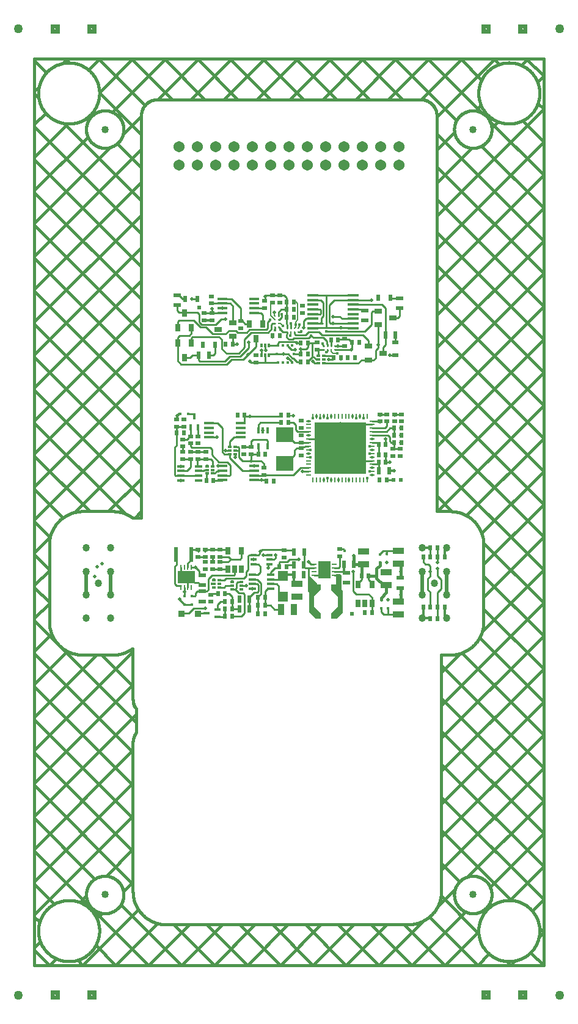
<source format=gbr>
G04 CAM350/DFMSTREAM V11.0 (Build 715) Date:  Fri Nov 02 14:57:19 2018 *
G04 Database: W:\PC Boards\VALTRONIC TECHNOLOGIES\VTC22567\CHECKPLOTS\MODIFIED.cam *
G04 Layer 18: R_Top *
%FSLAX25Y25*%
%MOIN*%
%SFA1.000B1.000*%

%MIA0B0*%
%IPPOS*%
%ADD20C,0.01500*%
%ADD24C,0.00148*%
%ADD25C,0.02019*%
%ADD26C,0.01034*%
%ADD27C,0.03987*%
%ADD28C,0.00837*%
%ADD29C,0.06050*%
%ADD72C,0.04050*%
%ADD73C,0.01740*%
%ADD30C,0.01940*%
%ADD31C,0.01050*%
%ADD32C,0.00641*%
%ADD33C,0.01231*%
%ADD34C,0.01550*%
%ADD35C,0.01822*%
%ADD36C,0.01750*%
%ADD39C,0.05000*%
%ADD84R,0.02412X0.03987*%
%ADD85R,0.02412X0.03200*%
%ADD86R,0.02019X0.01231*%
%ADD87R,0.02019X0.03003*%
%ADD88R,0.03987X0.02412*%
%ADD89R,0.01822X0.03790*%
%ADD90R,0.03003X0.02019*%
%ADD91R,0.01625X0.01625*%
%ADD92R,0.03987X0.01625*%
%ADD93R,0.02609X0.03987*%
%ADD94R,0.01034X0.02806*%
%ADD95R,0.06152X0.03790*%
%ADD96R,0.05562X0.01625*%
%ADD97R,0.02806X0.03987*%
%ADD98R,0.03987X0.02806*%
%ADD99R,0.06152X0.01231*%
%ADD100R,0.01428X0.01625*%
%ADD101R,0.01231X0.02019*%
%ADD102R,0.02412X0.02019*%
%ADD103R,0.02806X0.01034*%
%ADD104R,0.09499X0.07924*%
%ADD105R,0.01625X0.03396*%
%ADD106R,0.05562X0.05562*%
%ADD107R,0.03790X0.01822*%
%ADD108R,0.03200X0.03200*%
%ADD109R,0.03396X0.01625*%
%ADD110R,0.03790X0.06152*%
%ADD111R,0.02412X0.07924*%
%ADD112R,0.05562X0.01822*%
%ADD113R,0.02019X0.02019*%
%ADD114R,0.03200X0.02412*%
%ADD115R,0.06546X0.09499*%
%ADD116R,0.09499X0.06546*%
%ADD117R,0.28200X0.28200*%
%ADD118R,0.01625X0.01428*%
%LNR_Top*%
%LPD*%
G36*
X404850Y619100D02*
G01Y624100D01*
X409850*
Y619100*
X404850*
G37*
G36*
Y92300D02*
G01Y97300D01*
X409850*
Y92300*
X404850*
G37*
G36*
X384850Y619100D02*
G01Y624100D01*
X389850*
Y619100*
X384850*
G37*
G36*
Y92300D02*
G01Y97300D01*
X389850*
Y92300*
X384850*
G37*
G36*
X169550Y619100D02*
G01Y624100D01*
X174550*
Y619100*
X169550*
G37*
G36*
Y92300D02*
G01Y97300D01*
X174550*
Y92300*
X169550*
G37*
G36*
X149550Y619100D02*
G01Y624100D01*
X154550*
Y619100*
X149550*
G37*
G36*
Y92300D02*
G01Y97300D01*
X154550*
Y92300*
X149550*
G37*
G36*
X302857Y300140D02*
G01Y303093D01*
G75*
G02X302865Y303111I25J0*
G01X306401Y306647*
Y312138*
X302865Y315674*
G02X302857Y315691I17J18*
G01Y318644*
G02X302882Y318669I25J0*
G01X305219*
X305220Y324156*
G02X305245Y324181I25J0*
G01X307607*
G02X307624Y324174I0J-25*
G01X308412Y323386*
G02X308419Y323368I-18J-17*
G01Y316095*
X309199Y315315*
G02X309206Y315298I-18J-17*
G01Y303487*
G02X309199Y303469I-25J-1*
G01X305853Y300123*
G02X305835Y300115I-18J17*
G01X302882*
G02X302857Y300140J25*
G37*
G36*
X289964Y323369D02*
G02X289989Y323394I25J0D01*
G01X290678Y323393*
G02X290695Y323386I0J-25*
G01X295412Y318669*
X296977*
G02X297002Y318644I0J-25*
G01Y315691*
G02X296994Y315674I-25J1*
G01X293458Y312138*
Y306647*
X296994Y303111*
G02X297002Y303093I-17J-18*
G01Y300140*
G02X296977Y300115I-25*
G01X294024*
G02X294006Y300122I-1J25*
G01X290660Y303469*
G02X290653Y303487I18J17*
G01Y314303*
X289971Y314985*
G02X289964Y315002I18J17*
G01Y323369*
G37*
%LPC*%
G36*
X407438Y621210D02*
G03X407750Y621600I-88J390D01*
X407262Y621990I-400J0*
X406950Y621600I88J-390*
X407438Y621210I400J0*
G37*
G36*
Y94410D02*
G03X407750Y94800I-88J390D01*
X407262Y95190I-400J0*
X406950Y94800I88J-390*
X407438Y94410I400J0*
G37*
G36*
X387438Y621210D02*
G03X387750Y621600I-88J390D01*
X387262Y621990I-400J0*
X386950Y621600I88J-390*
X387438Y621210I400J0*
G37*
G36*
Y94410D02*
G03X387750Y94800I-88J390D01*
X387262Y95190I-400J0*
X386950Y94800I88J-390*
X387438Y94410I400J0*
G37*
G36*
X172138Y621210D02*
G03X172450Y621600I-88J390D01*
X171962Y621990I-400J0*
X171650Y621600I88J-390*
X172138Y621210I400J0*
G37*
G36*
Y94410D02*
G03X172450Y94800I-88J390D01*
X171962Y95190I-400J0*
X171650Y94800I88J-390*
X172138Y94410I400J0*
G37*
G36*
X152138Y621210D02*
G03X152450Y621600I-88J390D01*
X151962Y621990I-400J0*
X151650Y621600I88J-390*
X152138Y621210I400J0*
G37*
G36*
Y94410D02*
G03X152450Y94800I-88J390D01*
X151962Y95190I-400J0*
X151650Y94800I88J-390*
X152138Y94410I400J0*
G37*
%LPD*%
G54D24*
X346150Y296400D03*
G54D84*
X236052Y443743D03*
G54D85*
X239249Y449173D03*
G54D86*
X238020Y381144D03*
X241760Y319038D03*
X248552Y318054D03*
X241760Y317069D03*
X253670Y320022D03*
X248552Y316085D03*
G54D87*
X248748Y301321D03*
G54D86*
X298748Y441282D03*
G54D88*
X218729Y476420D03*
G54D85*
X222903Y474185D03*
G54D88*
X340087Y474746D03*
G54D85*
X335137Y474839D03*
G54D89*
X230048Y404372D03*
G54D90*
Y399451D03*
G54D89*
X226111Y404372D03*
G54D90*
X221583Y397778D03*
X226111Y399451D03*
G54D91*
X224831Y411557D03*
G54D89*
X228079Y410475D03*
G54D92*
X220599Y380554D03*
G54D90*
X221583Y386951D03*
X226111D03*
G54D92*
X230441Y380554D03*
G54D86*
X235067Y381144D03*
G54D92*
X259772Y321400D03*
G54D87*
X262725Y302699D03*
Y307227D03*
Y311754D03*
G54D92*
X259772Y318841D03*
G54D84*
X258197Y305258D03*
Y310573D03*
G54D93*
X253867Y337148D03*
G54D90*
X242056Y330849D03*
Y333802D03*
G54D93*
X317449Y308408D03*
G54D94*
X222567Y328093D03*
X226504Y317069D03*
X306622Y410376D03*
X304654D03*
X308591D03*
X310559D03*
X312528D03*
X322370D03*
X320402Y375731D03*
X318433D03*
X316465D03*
X314496D03*
X310559D03*
X308591D03*
X304654D03*
X296780D03*
X294811D03*
X292843D03*
G54D91*
X226701Y312246D03*
G54D93*
X250126Y326912D03*
G54D88*
X232410Y314904D03*
G54D95*
X339496Y302306D03*
G54D91*
X333591Y305652D03*
X330048D03*
G54D95*
X339496Y337148D03*
G54D91*
X333000Y335180D03*
X329260Y335081D03*
G54D96*
X243237Y474451D03*
G54D97*
X257902Y460770D03*
G54D90*
X253498Y462246D03*
G54D96*
X243237Y471892D03*
G54D90*
X237331D03*
G54D98*
X249004Y461361D03*
G54D99*
X314792Y471203D03*
G54D98*
X330894Y444825D03*
G54D84*
X332311Y454768D03*
G54D99*
X314792Y466085D03*
G54D100*
X276406Y439609D03*
X278965D03*
X281524Y449057D03*
X276406D03*
G54D101*
X264792Y448861D03*
G54D102*
X336642Y375731D03*
G54D87*
X333000D03*
G54D103*
X324930Y396006D03*
G54D87*
X328571Y389313D03*
Y395022D03*
G54D103*
X324930Y401912D03*
G54D87*
X337036Y399943D03*
Y403880D03*
G54D103*
X324930D03*
G54D90*
X333197Y407522D03*
G54D103*
X290284Y405849D03*
Y403880D03*
Y396006D03*
G54D104*
X277292Y400337D03*
G54D90*
X286248Y395908D03*
G54D103*
X290284Y386164D03*
Y384195D03*
Y378290D03*
X304457Y327699D03*
G54D90*
X307213Y333998D03*
G54D103*
X304457Y329668D03*
X293433Y325731D03*
G54D105*
X268040Y402798D03*
X262922D03*
G54D87*
X275323Y407030D03*
G54D106*
X276307Y312148D03*
G54D92*
X269615Y318841D03*
G54D106*
X276307Y323172D03*
G54D95*
X284181Y319038D03*
G54D92*
X269615Y321400D03*
G54D84*
X282213Y324156D03*
G54D107*
X234575Y302896D03*
G54D108*
X229924Y302729D03*
G54D107*
X240678Y304865D03*
G54D87*
X244811Y309491D03*
G54D107*
X240678Y300928D03*
G54D87*
X244811Y305455D03*
Y301321D03*
G54D109*
X260363Y329668D03*
G54D92*
X259772Y323959D03*
G54D110*
X275323Y305061D03*
G54D92*
X269615Y316282D03*
G54D87*
X266662Y307227D03*
Y311754D03*
G54D25*
X307804Y309392D03*
G54D103*
X304457Y323762D03*
G54D111*
X218040Y334983D03*
G54D94*
X220599Y317069D03*
G54D112*
X243335Y378093D03*
G54D90*
X226111Y395514D03*
G54D112*
X243335Y380652D03*
G54D86*
X238020Y379176D03*
G54D112*
X253374Y403979D03*
Y401420D03*
Y398861D03*
G54D86*
X247469Y393644D03*
G54D112*
X236052Y401420D03*
Y403979D03*
Y406538D03*
X260658Y380652D03*
G54D86*
X247469Y389707D03*
G54D113*
X313926Y302662D03*
X230737Y469703D03*
G54D26*
X282607Y456341D03*
G54D98*
X322902Y448565D03*
G54D26*
X271977Y461065D03*
G54D97*
X226406Y450298D03*
G54D27*
X380067Y149512D03*
Y566835D03*
X179280D03*
Y149512D03*
G54D28*
X314792Y468644D03*
G54D99*
Y468644D03*
G54D88*
X321091Y468054D03*
G54D28*
X324930Y399943D03*
G54D103*
Y399943D03*
G54D90*
X336347Y392561D03*
X340481D03*
G54D87*
X337036Y396006D03*
G54D28*
X290284Y394038D03*
G54D103*
Y394038D03*
G54D104*
X277292Y384589D03*
G54D90*
X286248Y392955D03*
G54D26*
X337823Y453979D03*
G54D84*
Y454768D03*
G54D114*
X337782Y450515D03*
G54D26*
X287922Y336361D03*
G54D25*
X292056Y309392D03*
G54D103*
X293433Y327699D03*
G54D84*
X287922Y336361D03*
X287725Y329176D03*
G54D26*
X218433Y404668D03*
G54D92*
X230441Y377994D03*
X220599D03*
G54D90*
X218433Y404668D03*
X222370D03*
G54D87*
X218433Y401223D03*
G54D26*
X259083Y396597D03*
G54D105*
X268040Y394136D03*
G54D90*
X259083Y393644D03*
X255048D03*
G54D25*
X324930Y318644D03*
G54D95*
X332811Y318225D03*
G54D91*
X329260Y330554D03*
X330048Y310180D03*
G54D93*
X324930Y318644D03*
G54D87*
X323158Y323369D03*
G54D29*
X239697Y557304D03*
X229697D03*
X339697Y547304D03*
X329697Y557304D03*
X229697Y547304D03*
X289697D03*
X279697D03*
Y557304D03*
X299697Y547304D03*
X319697D03*
X329697D03*
X299697Y557304D03*
X309697Y547304D03*
Y557304D03*
X269697Y547304D03*
Y557304D03*
X259697Y547304D03*
X249697Y557304D03*
Y547304D03*
X259697Y557304D03*
X239697Y547304D03*
X289697Y557304D03*
X219697Y547304D03*
Y557304D03*
X339697D03*
X319697D03*
G54D72*
X169202Y338609D03*
X182402D03*
Y313009D03*
Y325809D03*
X169202Y313009D03*
Y325809D03*
Y300209D03*
X182402D03*
X352341Y325800D03*
Y313000D03*
X358941Y319400D03*
X365541Y313000D03*
Y325800D03*
Y338600D03*
G54D28*
X364693Y333802D03*
G54D87*
Y333802D03*
G54D72*
X352341Y338600D03*
G54D28*
X356819Y333802D03*
G54D87*
Y333802D03*
Y338526D03*
G54D72*
X352341Y300200D03*
G54D28*
X352882Y306439D03*
G54D87*
X356819Y300140D03*
X352882Y306439D03*
G54D72*
X365541Y300200D03*
G54D87*
X364693Y306439D03*
G54D72*
X175800Y319407D03*
G54D73*
X274856Y472483D03*
G54D90*
X274733D03*
G54D73*
X283296Y460376D03*
G54D26*
X282607Y458309D03*
G54D87*
X282213Y472581D03*
G54D73*
X300028Y456636D03*
G54D98*
X328315Y467660D03*
G54D73*
X280638Y460967D03*
G54D26*
Y458309D03*
G54D73*
X276406Y459589D03*
G54D26*
X273945Y461065D03*
G54D73*
X269418Y463034D03*
G54D97*
X218926Y458743D03*
G54D73*
X297469Y460967D03*
G54D28*
Y460967D03*
G54D99*
X292744D03*
Y473762D03*
G54D73*
Y468644D03*
G54D28*
Y466085D03*
G54D99*
Y466085D03*
Y468644D03*
G54D73*
X323847Y380258D03*
G54D103*
X324930D03*
G54D73*
X279260Y407030D03*
G54D103*
X290284Y401912D03*
G54D87*
X279260Y407030D03*
G54D73*
X322370Y376813D03*
G54D94*
Y375731D03*
G54D73*
X300717Y376813D03*
G54D94*
Y375731D03*
G54D73*
X323847Y394038D03*
G54D103*
X324930D03*
G54D73*
Y392069D03*
G54D103*
Y392069D03*
G54D73*
X323847Y390101D03*
G54D103*
X324930D03*
G54D73*
Y388132D03*
G54D103*
Y388132D03*
G54D73*
Y397975D03*
G54D103*
Y397975D03*
G54D73*
X312528Y375731D03*
G54D94*
Y375731D03*
G54D73*
X298945Y326715D03*
X296386Y330652D03*
Y322778D03*
X301504Y330652D03*
Y322778D03*
G54D115*
X298945Y326715D03*
G54D103*
X293433Y323762D03*
G54D73*
X310166Y337050D03*
G54D90*
X307213Y337935D03*
G54D73*
X230441Y375435D03*
G54D92*
Y375435D03*
G54D73*
X306622Y375731D03*
G54D94*
Y375731D03*
G54D73*
X290284Y399943D03*
G54D103*
Y399943D03*
G54D73*
X291367Y392069D03*
G54D103*
X290284D03*
G54D73*
Y390101D03*
G54D103*
Y390101D03*
G54D73*
X291367Y388132D03*
G54D103*
X290284D03*
G54D73*
X324930Y378290D03*
G54D103*
Y378290D03*
G54D73*
Y382227D03*
G54D103*
Y382227D03*
G54D73*
X260559Y466774D03*
G54D96*
Y466774D03*
G54D97*
X265382Y460770D03*
G54D73*
X260559Y469333D03*
G54D96*
Y469333D03*
G54D90*
X266268D03*
G54D73*
X260559Y471892D03*
G54D96*
Y471892D03*
G54D73*
Y474451D03*
G54D96*
Y474451D03*
G54D73*
X271977Y457227D03*
G54D28*
Y457227D03*
G54D26*
Y459097D03*
G54D73*
X286248Y456538D03*
G54D26*
X284575Y456341D03*
G54D73*
X320402Y409294D03*
G54D94*
Y410376D03*
G54D73*
X318433D03*
G54D94*
Y410376D03*
G54D73*
X314496D03*
G54D94*
Y410376D03*
G54D73*
X316470Y409201D03*
G54D94*
X316465Y410376D03*
G54D73*
X290284Y407817D03*
G54D103*
Y407817D03*
G54D73*
X292843Y409294D03*
G54D94*
Y410376D03*
G54D73*
X294815Y410480D03*
G54D94*
X294811Y410376D03*
G54D73*
X302685D03*
G54D94*
Y410376D03*
G54D73*
X298748D03*
G54D94*
Y410376D03*
G54D73*
X300721Y409201D03*
G54D94*
X300717Y410376D03*
G54D73*
X296769Y409283D03*
G54D94*
X296780Y410376D03*
G54D73*
X300034Y445227D03*
G54D26*
X300717Y446597D03*
G54D73*
X295796Y443447D03*
G54D26*
X298748Y446597D03*
G54D90*
X295107Y446794D03*
G54D86*
X295796Y443250D03*
G54D73*
X298059Y450140D03*
G54D26*
X298748Y448565D03*
G54D73*
X302587Y452010D03*
G54D26*
X302685Y448565D03*
G54D87*
X302587Y452010D03*
G54D73*
X285469Y460349D03*
G54D26*
X284575Y458309D03*
G54D73*
X306135Y444832D03*
G54D26*
X302685Y446597D03*
G54D73*
X270697Y472483D03*
G54D26*
X271977Y463034D03*
G54D90*
X270697Y472483D03*
G54D73*
X292744Y471203D03*
G54D99*
Y471203D03*
G54D73*
X280244Y454274D03*
G54D26*
X280638Y456341D03*
G54D73*
X275130Y457727D03*
X291760Y454372D03*
G54D26*
X273945Y459097D03*
X278670Y456341D03*
X300717Y448565D03*
G54D73*
X275815Y466085D03*
G54D26*
X273945Y463034D03*
G54D73*
X298748Y375731D03*
G54D94*
Y375731D03*
G54D73*
X302685D03*
G54D94*
Y375731D03*
G54D73*
X235067Y378979D03*
G54D86*
Y379176D03*
G54D87*
X234575Y375435D03*
G54D73*
X235067Y383309D03*
G54D86*
Y383113D03*
G54D73*
X238807Y316872D03*
G54D86*
Y317069D03*
G54D73*
X248552Y320219D03*
G54D86*
Y320022D03*
G54D73*
X253670Y315888D03*
G54D86*
Y316085D03*
G54D73*
X237626Y319038D03*
G54D28*
Y319038D03*
G54D86*
X238807D03*
G54D73*
Y321203D03*
G54D86*
Y321006D03*
G54D30*
X314611Y325800D03*
G54D93*
X324930Y308408D03*
G54D87*
X325126Y303290D03*
G54D30*
X332811Y325311D03*
G54D95*
Y325311D03*
G54D30*
X334697Y443822D03*
G54D114*
X337782D03*
G54D30*
X226583Y474217D03*
G54D85*
X229596Y474185D03*
G54D30*
X253624Y458408D03*
G54D90*
X253498Y458309D03*
G54D30*
X329350Y407200D03*
G54D103*
X324930Y407817D03*
G54D90*
X329260Y407522D03*
G54D30*
X237250Y309195D03*
G54D90*
X237134D03*
G54D30*
X268237Y327699D03*
G54D109*
X269024Y329668D03*
G54D30*
X253867Y326912D03*
G54D93*
Y326912D03*
G54D30*
X340481Y388624D03*
G54D90*
Y388624D03*
G54D30*
X334674Y385180D03*
G54D87*
X332508D03*
Y389313D03*
G54D30*
X340776Y396006D03*
G54D87*
X340973D03*
G54D30*
X336347Y388624D03*
G54D90*
Y388624D03*
G54D30*
X272370Y334786D03*
G54D109*
X269024Y332227D03*
G54D30*
X226406Y320219D03*
Y324845D03*
X223552Y322581D03*
X220008Y324845D03*
Y320219D03*
G54D26*
X224536Y317069D03*
G54D116*
X223552Y322581D03*
G54D94*
X224536Y317069D03*
X220599Y328093D03*
G54D88*
X232410Y318250D03*
G54D30*
X233886Y330849D03*
G54D90*
Y330849D03*
G54D30*
X234181Y305652D03*
G54D108*
X221066Y302729D03*
G54D30*
X282213Y464412D03*
G54D87*
Y464412D03*
G54D30*
X315579Y442365D03*
G54D87*
Y442365D03*
G54D30*
X328498Y474965D03*
G54D85*
X328444Y474839D03*
G54D30*
X228670Y328093D03*
G54D28*
X230835Y323762D03*
G54D94*
X226504Y328093D03*
G54D88*
X232410Y323762D03*
G54D30*
X289890Y444333D03*
G54D87*
Y444333D03*
G54D30*
X267056Y446400D03*
G54D101*
X266760Y448861D03*
G54D30*
X290481Y330947D03*
G54D26*
X293433Y329668D03*
G54D103*
Y329668D03*
G54D30*
X241170Y383211D03*
G54D112*
X243335D03*
G54D30*
X284969Y332325D03*
G54D92*
X269615Y323959D03*
G54D87*
X274339Y328487D03*
G54D30*
X282213Y329176D03*
G54D87*
X278276Y328487D03*
G54D84*
X282213Y329176D03*
G54D30*
X337233Y407522D03*
G54D90*
Y407522D03*
G54D30*
X340579Y375731D03*
G54D102*
Y375731D03*
G54D30*
X329063D03*
G54D87*
Y375731D03*
G54D30*
X286248Y389018D03*
G54D90*
Y389018D03*
G54D30*
X360756Y327306D03*
G54D87*
Y300140D03*
Y306439D03*
G54D30*
X244811Y313526D03*
G54D26*
X248748Y309589D03*
G54D87*
X244811Y313526D03*
X248748Y309491D03*
Y305455D03*
G54D84*
X252685Y305258D03*
G54D30*
X230146Y333802D03*
G54D90*
X229949D03*
X233886D03*
G54D30*
X222567Y314510D03*
G54D28*
Y317069D03*
G54D91*
Y312345D03*
G54D94*
Y317069D03*
G54D30*
X260363Y332227D03*
G54D109*
Y332227D03*
G54D30*
X276898Y333408D03*
G54D90*
Y333408D03*
G54D30*
X266662Y302699D03*
G54D87*
Y302699D03*
G54D30*
X259772Y316282D03*
G54D92*
Y316282D03*
G54D30*
X287725Y324156D03*
G54D84*
Y324156D03*
G54D30*
X311150Y325140D03*
G54D26*
X304457Y325731D03*
G54D103*
Y325731D03*
G54D88*
X311150Y325140D03*
G54D84*
X309575Y329668D03*
G54D30*
X333000Y330652D03*
G54D91*
Y330652D03*
G54D30*
X333591Y310180D03*
G54D91*
Y310180D03*
G54D30*
X177685Y329865D03*
X173748Y322975D03*
X360756Y330652D03*
G54D87*
Y333802D03*
Y338526D03*
G54D30*
X356819Y325731D03*
G54D87*
Y306439D03*
X352882Y333802D03*
G54D30*
X175126Y328487D03*
X340678Y313132D03*
G54D95*
X339496Y309392D03*
G54D88*
X340284Y316676D03*
G54D30*
X340678Y325800D03*
G54D95*
X339496Y330061D03*
G54D88*
X340284Y322187D03*
G54D30*
X320052Y336862D03*
G54D95*
X320233Y336796D03*
G54D30*
X321189Y303290D03*
G54D87*
Y303290D03*
G54D30*
Y308408D03*
G54D93*
Y308408D03*
G54D30*
X315087Y334195D03*
G54D95*
X320233Y329709D03*
G54D93*
X317449Y318644D03*
G54D87*
X319221Y323369D03*
G54D84*
X315087Y329668D03*
G54D30*
X311150Y319628D03*
G54D88*
Y319628D03*
G54D30*
X252685Y310573D03*
G54D84*
Y310573D03*
G54D30*
X238119Y333802D03*
G54D90*
Y333802D03*
Y330849D03*
G54D30*
X240874Y313526D03*
G54D90*
X237134Y313132D03*
G54D87*
X240874Y313526D03*
G54D30*
X220599Y375435D03*
G54D92*
Y375435D03*
G54D30*
Y383113D03*
G54D92*
Y383113D03*
G54D30*
X230048Y386951D03*
G54D26*
X229654Y387345D03*
G54D92*
X230441Y383113D03*
G54D90*
X234378Y386951D03*
X230048D03*
G54D86*
X238020Y383113D03*
G54D30*
X222370Y408605D03*
G54D90*
Y408605D03*
G54D30*
Y401223D03*
G54D87*
Y401223D03*
G54D30*
X221583Y390888D03*
G54D90*
Y390888D03*
Y393841D03*
G54D30*
X230048Y395514D03*
G54D90*
Y395514D03*
G54D30*
X234378Y390888D03*
G54D90*
Y390888D03*
X226111D03*
X230048D03*
G54D30*
X265776Y334786D03*
G54D28*
Y334786D03*
G54D109*
X269024D03*
G54D30*
X265973Y378290D03*
G54D112*
X260658Y378093D03*
G54D103*
X290284Y382227D03*
G54D90*
X265973Y378290D03*
G54D30*
X328768Y380750D03*
G54D28*
X324930Y384195D03*
G54D103*
Y384195D03*
G54D87*
X328571Y385180D03*
G54D84*
X328768Y380750D03*
G54D30*
X232556Y449173D03*
G54D85*
Y449173D03*
G54D30*
X238217Y326912D03*
G54D93*
X246386D03*
G54D90*
X238119D03*
X242056D03*
G54D30*
X337233Y410869D03*
G54D90*
Y411459D03*
X341170D03*
G54D30*
X282016Y410770D03*
G54D87*
X279260Y411164D03*
G54D30*
X286248Y408014D03*
G54D90*
Y408014D03*
G54D30*
Y404077D03*
G54D90*
Y404077D03*
G54D30*
X336544Y463920D03*
G54D88*
X340087Y469235D03*
G54D98*
X336307Y463920D03*
G54D30*
X321091Y462542D03*
G54D88*
Y462542D03*
G54D30*
X318138Y450632D03*
G54D87*
Y450632D03*
G54D30*
X306500Y448590D03*
G54D26*
X304654Y448565D03*
G54D90*
X309969Y448664D03*
G54D30*
X311642Y442365D03*
G54D87*
Y442365D03*
G54D30*
X308202Y441683D03*
G54D87*
X308099Y442365D03*
G54D30*
X271583Y467041D03*
G54D26*
X271977Y465002D03*
G54D30*
X274733Y454176D03*
G54D87*
Y454176D03*
G54D30*
X287134Y466774D03*
G54D90*
Y466774D03*
G54D30*
Y470711D03*
G54D90*
Y470711D03*
G54D30*
X308197Y458605D03*
G54D99*
X314792Y476321D03*
Y458408D03*
X292744D03*
Y476321D03*
G54D30*
X283886Y450239D03*
G54D101*
X268729Y448861D03*
G54D100*
X273847Y449057D03*
G54D87*
X285953Y450239D03*
G54D30*
X282213Y468546D03*
G54D87*
Y468546D03*
G54D30*
X256229Y318152D03*
G54D86*
X253670Y318054D03*
G54D30*
X233886Y326912D03*
G54D90*
Y326912D03*
G54D30*
X340776Y399943D03*
G54D87*
X340973D03*
G54D30*
X340776Y403880D03*
G54D87*
X340973D03*
G54D30*
X340776Y407522D03*
G54D90*
X341170D03*
G54D30*
X263906Y336557D03*
G54D28*
X260363Y334786D03*
G54D109*
Y334786D03*
G54D90*
X276898Y337345D03*
G54D86*
X241760Y321006D03*
G54D84*
X282410Y336361D03*
G54D30*
X233886Y337050D03*
G54D26*
X242056Y337739D03*
X238119D03*
G54D93*
X246386Y337148D03*
G54D90*
X233886Y337739D03*
X238119D03*
X242056D03*
G54D30*
X230244Y337050D03*
G54D111*
X226307Y334983D03*
G54D94*
X224536Y328093D03*
G54D90*
X229949Y337739D03*
G54D30*
X220205Y310573D03*
G54D91*
X226701Y307719D03*
X222567Y307817D03*
G54D30*
X232311Y309392D03*
G54D88*
X232410D03*
G54D30*
X284181Y311951D03*
G54D95*
Y311951D03*
G54D30*
X282410Y305061D03*
G54D110*
Y305061D03*
G54D30*
X270796Y453585D03*
G54D87*
Y454176D03*
G54D30*
X238512Y375632D03*
G54D112*
X243335Y375534D03*
G54D87*
X238512Y375435D03*
G54D30*
X329359Y410967D03*
G54D90*
X329260Y411459D03*
X333197D03*
G54D30*
X319850Y385200D03*
X295950Y398000D03*
X295500Y380357D03*
X307607Y406243D03*
X318237Y392069D03*
Y398369D03*
X320599Y401912D03*
X316268D03*
X312331D03*
Y397187D03*
Y393250D03*
Y389313D03*
X307607Y397187D03*
Y389313D03*
X300520Y397187D03*
Y393250D03*
Y389313D03*
X295894Y393250D03*
Y389313D03*
X303768Y380258D03*
X308296D03*
X313119D03*
X307607Y393054D03*
G54D117*
Y393054D03*
G54D103*
X290284Y397975D03*
X324930Y405849D03*
Y386164D03*
G54D30*
X278950Y442000D03*
G54D100*
X281524Y439609D03*
G54D30*
X237823Y469136D03*
G54D26*
X243237Y466774D03*
G54D96*
Y466774D03*
G54D90*
X233493Y466577D03*
X237626D03*
G54D30*
X264792Y375534D03*
G54D28*
X260658D03*
G54D112*
Y375534D03*
G54D87*
X267351Y374845D03*
G54D30*
X336937Y380750D03*
G54D84*
X334280D03*
G54D30*
X301307Y441282D03*
G54D86*
X298748Y443250D03*
G54D87*
X304162Y442365D03*
G54D30*
X328315Y449392D03*
G54D98*
X322902Y441085D03*
X328315Y460180D03*
G54D86*
X298748Y439313D03*
G54D30*
X257508Y444136D03*
G54D97*
X261642Y452778D03*
X218926Y450298D03*
X226406Y458743D03*
G54D30*
X257705Y450829D03*
G54D97*
X222666Y442306D03*
G54D84*
X230540Y443743D03*
G54D30*
X303768Y464707D03*
G54D99*
X314792Y463526D03*
G54D30*
X244910Y463231D03*
G54D97*
X222666Y466735D03*
G54D88*
X218729Y470908D03*
G54D30*
X251307Y449550D03*
G54D98*
X249004Y453880D03*
G54D87*
X249044Y449550D03*
G54D30*
X324697Y473762D03*
X303768Y460967D03*
G54D99*
X314792Y473762D03*
Y460967D03*
G54D30*
X245107Y449550D03*
G54D87*
Y449550D03*
G54D30*
X241012Y457620D03*
G54D98*
Y457620D03*
G54D30*
X237626Y462640D03*
G54D90*
X233493D03*
X237626D03*
G54D30*
X243237Y469333D03*
G54D96*
Y469333D03*
G54D30*
X285953Y447089D03*
G54D28*
X289890Y447975D03*
G54D118*
X282410Y444333D03*
G54D90*
X295107Y450731D03*
G54D86*
X295796Y441282D03*
G54D87*
X289890Y440101D03*
X285953Y444333D03*
X289890Y450239D03*
G54D30*
X261642Y443546D03*
G54D90*
Y443546D03*
G54D30*
X332508Y397876D03*
G54D28*
Y395022D03*
G54D87*
Y395022D03*
G54D30*
X287134Y380258D03*
G54D26*
X290284D03*
G54D103*
Y380258D03*
G54D30*
X250422Y387837D03*
G54D86*
Y389707D03*
G54D30*
X286248Y399845D03*
G54D90*
Y399845D03*
G54D30*
X260658Y383211D03*
G54D112*
Y383211D03*
G54D30*
X265481Y402601D03*
G54D105*
Y402798D03*
G54D30*
X259083Y386164D03*
G54D26*
X262922Y389806D03*
G54D105*
Y394136D03*
G54D90*
X265973Y382227D03*
X259083Y389707D03*
G54D86*
X250422Y393644D03*
Y391676D03*
G54D87*
X262922Y389806D03*
G54D30*
X255048Y389707D03*
G54D90*
Y389707D03*
G54D30*
X266859Y389806D03*
G54D87*
Y389806D03*
G54D30*
X251603Y410869D03*
G54D87*
Y410869D03*
G54D30*
X276800Y444333D03*
G54D101*
X268729Y443743D03*
G54D118*
X272961Y444333D03*
G54D87*
X285953Y440101D03*
G54D30*
X292843Y440199D03*
G54D86*
X295796Y439313D03*
G54D30*
X313807Y446695D03*
G54D26*
X304654Y446597D03*
G54D90*
X309969Y452601D03*
G54D87*
X306524Y452010D03*
X314201Y450632D03*
G54D30*
X287823Y458802D03*
G54D99*
X292744Y463526D03*
G54D30*
X258394Y440298D03*
G54D101*
X266760Y443743D03*
G54D100*
X273847Y439609D03*
G54D90*
X261642D03*
G54D30*
X258394Y410376D03*
G54D112*
X253374Y406538D03*
G54D87*
X255540Y410869D03*
X275323Y411164D03*
G54D30*
X283099Y446794D03*
G54D100*
X278965Y449057D03*
G54D30*
X266662Y475632D03*
G54D26*
X273945Y465002D03*
X278670Y458309D03*
G54D90*
X266268Y473270D03*
X270697Y476420D03*
X274733D03*
G54D87*
X278276Y464412D03*
Y468546D03*
Y472581D03*
G54D30*
X245205Y391676D03*
G54D28*
Y391676D03*
G54D86*
X247469D03*
G54D30*
X271288Y375239D03*
G54D87*
Y374845D03*
G54D30*
X218630Y410573D03*
G54D91*
X220304Y411557D03*
G54D90*
X218433Y408605D03*
G54D30*
X237233Y475829D03*
G54D90*
X237331D03*
G54D30*
X264693Y446302D03*
G54D101*
X264792Y443743D03*
G54D30*
X240284Y398861D03*
G54D112*
X236052D03*
G54D39*
X427350Y94800D03*
X132050D03*
X427350Y621600D03*
X132050D03*
G54D28*
X238367Y443743D02*
G01X236052D01*
X238367D02*
G01X239249Y444625D01*
Y449173*
X244221Y317069D02*
G01X241760D01*
X248552Y318054D02*
G01X245205D01*
X244221Y317069D02*
G01X245205Y318054D01*
X250323Y316085D02*
G01X248552D01*
X255441Y302896D02*
G01Y313329D01*
X253867Y301321D02*
G01X248748D01*
X253867D02*
G01X255441Y302896D01*
Y313329D02*
G01X254851Y313920D01*
X252489D02*
G01X250323Y316085D01*
X254851Y313920D02*
G01X252489D01*
X253670Y320022D02*
G01X251701D01*
X251111Y319431D02*
G01X251701Y320022D01*
X251111Y316872D02*
G01Y319431D01*
X250323Y316085D02*
G01X251111Y316872D01*
G54D31*
X222903Y474185D02*
G01X221848D01*
X219614Y476420*
G54D28*
Y476420D02*
G01X218729D01*
Y476420D02*
G01X218433D01*
G54D26*
X335230Y474746D02*
G01X335137Y474839D01*
X340087Y474746D02*
G01X335230D01*
X230048Y399451D02*
G01Y404372D01*
G54D28*
X223945Y397778D02*
G01X221583D01*
X223945D02*
G01X224930Y398762D01*
G54D32*
X226111Y399451D02*
G01X225619D01*
X224930Y398762D02*
G01X225619Y399451D01*
G54D26*
X226111D02*
G01Y404372D01*
X228079Y410475D02*
G01Y411557D01*
Y411557D02*
G01X224831D01*
X224044Y380554D02*
G01X220599D01*
X226111Y382620D02*
G01Y386951D01*
X224044Y380554D02*
G01X226111Y382620D01*
Y386951D02*
G01X221583D01*
G54D28*
X235067Y381144D02*
G01X233493D01*
X232902Y380554D02*
G01X233493Y381144D01*
X232902Y380554D02*
G01X230441D01*
G54D26*
X262725Y307227D02*
G01Y311754D01*
Y302699D02*
G01Y307227D01*
X262528Y321400D02*
G01X259772D01*
X264496Y319431D02*
G01X262528Y321400D01*
X264496Y313526D02*
G01Y319431D01*
X262725Y311754D02*
G01X264496Y313526D01*
X258197Y305258D02*
G01Y310573D01*
Y310573D02*
G01Y311754D01*
X260847Y314404*
X262331Y318841D02*
G01X259772D01*
X262914Y318258D02*
G01X262331Y318841D01*
X262914Y314969D02*
G01Y318258D01*
X262349Y314404D02*
G01X262914Y314969D01*
X262349Y314404D02*
G01X260847D01*
X252882Y332424D02*
G01X253867Y333408D01*
X252882Y332424D02*
G01X247961D01*
X246386Y330849D02*
G01X242056D01*
X246386D02*
G01X247961Y332424D01*
X246583Y333802D02*
G01X242056D01*
X247961Y332424D02*
G01X246583Y333802D01*
X253867Y333408D02*
G01Y337148D01*
G54D28*
X228374Y312246D02*
G01X226701D01*
X228374D02*
G01X228867Y312739D01*
Y312739D02*
G01Y314017D01*
X229754Y314904*
X231622D02*
G01X229754D01*
G54D26*
X249634Y323664D02*
G01X250126Y324156D01*
X249634Y323664D02*
G01X237725D01*
X235658Y321597D02*
G01X237725Y323664D01*
X234854Y314904D02*
G01X235658Y315708D01*
Y321597*
X234854Y314904D02*
G01X231622D01*
X250126Y324156D02*
G01Y326912D01*
G54D28*
X339496Y302306D02*
G01X333591D01*
X331426*
X333591D02*
G01Y305652D01*
X331426Y302306D02*
G01X330048Y303683D01*
Y305652*
X339496Y337050D02*
G01X333000D01*
X330949*
X329260Y335361D02*
G01X330949Y337050D01*
X329260Y335081D02*
G01Y335361D01*
X333000Y335180D02*
G01Y337050D01*
Y335081D02*
G01Y335180D01*
G54D26*
X257902Y460770D02*
G01X255689D01*
X254213Y462246*
X253498*
X253473Y462272*
Y469431*
X248453Y474451D02*
G01X243237D01*
X253473Y469431D02*
G01X248453Y474451D01*
X249004Y461361D02*
G01Y470455D01*
X247567Y471892*
X243237*
X237331*
G54D28*
X332311Y449254D02*
G01Y454768D01*
Y469333*
X330894Y444825D02*
G01Y447837D01*
X332311Y449254*
Y469333D02*
G01X330441Y471203D01*
X314792*
X336642Y375731D02*
G01X333000D01*
X328571Y389313D02*
G01Y395022D01*
Y396006D02*
G01X324930D01*
X337036Y399943D02*
G01Y403880D01*
X334870*
X332902Y401912D02*
G01X334870Y403880D01*
X332902Y401912D02*
G01X324930D01*
X332115Y403880D02*
G01X324930D01*
X332115D02*
G01X333197Y404963D01*
Y407325*
X288158Y395908D02*
G01X288256Y396006D01*
X288158Y395908D02*
G01X286248D01*
X290284Y396006D02*
G01X288256D01*
G54D26*
X286248Y395908D02*
G01X282642D01*
X278213Y400337*
X277292*
G54D28*
X307213Y328290D02*
G01Y333998D01*
X306622Y327699D02*
G01X307213Y328290D01*
X306622Y327699D02*
G01X304457D01*
G54D26*
X262922Y402798D02*
G01Y405750D01*
X264201Y407030*
X275323D02*
G01X264201D01*
X275914Y312148D02*
G01X274142Y313920D01*
Y313920D02*
G01Y317660D01*
X272961Y318841*
X269615*
X274733Y321400D02*
G01X269615D01*
X274733D02*
G01X276307Y322975D01*
Y323172*
X284181Y319038D02*
G01X283591D01*
X282213Y320416*
G54D33*
Y320416D02*
G01Y324156D01*
X276307Y323172D02*
G01X277292Y324156D01*
X282213D02*
G01X277292D01*
G54D26*
X233886Y302896D02*
G01X229949D01*
X229654*
X240678Y307620D02*
G01X242449Y309392D01*
X240678Y304865D02*
G01Y307620D01*
X244811Y309392D02*
G01X242449D01*
X240678Y300928D02*
G01X239989D01*
X244811Y301321D02*
G01Y305455D01*
Y300928D02*
G01X240678D01*
X264103Y325337D02*
G01Y328487D01*
X262725Y323959D02*
G01X264103Y325337D01*
Y328487D02*
G01X262922Y329668D01*
X262725Y323959D02*
G01X259772D01*
X262922Y329668D02*
G01X260363D01*
X266563Y314904D02*
G01X267941Y316282D01*
X266563Y312640D02*
G01Y314904D01*
X269615Y316282D02*
G01X267941D01*
X275323Y305061D02*
G01X271780D01*
X269615Y307227*
X266662*
Y311754*
X306819Y323762D02*
G01X304457D01*
X307607Y322975D02*
G01X306819Y323762D01*
X307607Y315888D02*
G01Y322975D01*
G54D28*
X217449Y318841D02*
G01Y328699D01*
X218237Y318054D02*
G01X217449Y318841D01*
Y328699D02*
G01X218237Y329487D01*
X220697Y318054D02*
G01X218237D01*
Y329487D02*
G01Y334983D01*
X246189Y385475D02*
G01X241367D01*
X247863Y383802D02*
G01X246189Y385475D01*
X247863Y378585D02*
G01Y383802D01*
X241367Y385475D02*
G01X237626Y389215D01*
X247370Y378093D02*
G01X243335D01*
X247370D02*
G01X247863Y378585D01*
X226111Y393841D02*
G01Y395514D01*
X226701Y393250D02*
G01X226111Y393841D01*
X236741Y393250D02*
G01X226701D01*
X237626Y389215D02*
G01Y392365D01*
X236741Y393250*
X239201Y379176D02*
G01X238020D01*
X239201D02*
G01X240284Y380258D01*
X241465D02*
G01X240284D01*
G54D32*
X241465D02*
G01X241859Y380652D01*
X243335D02*
G01X241859D01*
G54D28*
X247469Y393644D02*
G01Y396597D01*
X253374Y398861D02*
G01X249733D01*
X247469Y396597D02*
G01X249733Y398861D01*
X247469Y387640D02*
G01Y389707D01*
X254457Y380652D02*
G01X247469Y387640D01*
X240579Y406538D02*
G01X236052D01*
X243237Y403880D02*
G01X240579Y406538D01*
X247469Y389707D02*
G01X244516D01*
X243237Y390987*
Y403880*
X260658Y380652D02*
G01X254457D01*
X283296Y454668D02*
G01X282607Y455357D01*
X322902Y451774D02*
G01X320008Y454668D01*
X282607Y455357D02*
G01Y456341D01*
X322902Y448565D02*
G01Y451774D01*
X320008Y454668D02*
G01X297567D01*
Y454668D02*
G01X295985Y456250D01*
X288709Y454668D02*
G01X283296D01*
X288709D02*
G01X290292Y456250D01*
X295985D02*
G01X290292D01*
X252390Y444825D02*
G01X245278D01*
X241534Y453782D02*
G01X227193D01*
X243130Y452185D02*
G01X241534Y453782D01*
X243130Y447046D02*
G01Y452185D01*
X245278Y444898D02*
G01X243130Y447046D01*
X245278Y444825D02*
G01Y444898D01*
X271977Y461065D02*
G01X270796D01*
X270107Y460376D02*
G01X270796Y461065D01*
X270107Y457916D02*
G01Y460376D01*
X268237Y456046D02*
G01X270107Y457916D01*
X268237Y456046D02*
G01X259181D01*
X255540Y447975D02*
G01Y452404D01*
X252390Y444825D02*
G01X255540Y447975D01*
Y452404D02*
G01X259181Y456046D01*
X226406Y452994D02*
G01X227193Y453782D01*
X226406Y450298D02*
G01Y452994D01*
X321091Y468644D02*
G01X314792D01*
X334575Y398959D02*
G01X333591Y399943D01*
X334575Y396892D02*
G01Y398959D01*
X335461Y396006D02*
G01X334575Y396892D01*
X337036Y396006D02*
G01X335461D01*
X337036Y392561D02*
G01Y396006D01*
X340481Y392561D02*
G01X337036D01*
X336347*
X333591Y399943D02*
G01X324930D01*
X288119Y393546D02*
G01X288611Y394038D01*
X286248Y392955D02*
G01X286839Y393546D01*
X288119D02*
G01X286839D01*
X290284Y394038D02*
G01X288611D01*
G54D26*
X278239Y384589D02*
G01X277292D01*
X278239D02*
G01X282850Y389200D01*
Y391900*
X283905Y392955*
X286248D02*
G01X283905D01*
X337823Y453979D02*
G01Y454768D01*
Y450556D02*
G01Y453979D01*
X337782Y450515D02*
G01X337823Y450556D01*
X290481Y327699D02*
G01X288512D01*
X287922Y328290*
X290481Y321203D02*
G01Y327699D01*
X292056Y319628D02*
G01X290481Y321203D01*
X292056Y316282D02*
G01Y319628D01*
X287922Y328290D02*
G01Y336361D01*
X293433Y327699D02*
G01X290481D01*
X222370Y404668D02*
G01X218433D01*
Y401715D02*
G01Y404668D01*
X230441Y377994D02*
G01X220599D01*
X217744D02*
G01X217252Y378487D01*
X220599Y377994D02*
G01X217744D01*
X217252Y378487D02*
G01Y393447D01*
X218433Y394628*
Y401124*
X268040Y394136D02*
G01Y396892D01*
X267351Y397581*
X260067*
X259083Y396597D02*
G01X260067Y397581D01*
X259083Y393644D02*
G01Y396597D01*
Y393644D02*
G01X255048D01*
G54D31*
X324930Y318644D02*
G01Y319501D01*
X323158Y321272*
Y323369*
X332811Y318225D02*
G01X331211D01*
G54D34*
X327461Y321975D02*
G01Y327338D01*
X329260Y329138*
Y330554*
X332811Y314194D02*
G01Y318225D01*
X330048Y311430D02*
G01X332811Y314194D01*
X330048Y310180D02*
G01Y311430D01*
X331211Y318225D02*
G01X327461Y321975D01*
X327430Y323369D02*
G01X323158D01*
G54D25*
X182402Y313009D02*
G01Y325809D01*
X169202Y313009D02*
G01Y325809D01*
X352341Y313000D02*
G01Y325800D01*
X365541Y313000D02*
G01Y325800D01*
G54D33*
X364693Y333802D02*
G01Y337345D01*
G54D28*
X356819Y333802D02*
G01Y338526D01*
Y338526D02*
G01X356745Y338600D01*
G54D33*
Y338600D02*
G01X352341D01*
G54D28*
X356819Y300140D02*
G01X356759Y300200D01*
G54D33*
Y300200D02*
G01X352341D01*
X352882Y301518D02*
G01Y306439D01*
X364693Y301518D02*
G01Y306439D01*
G54D32*
X284477Y462837D02*
G01Y471794D01*
X283296Y461656D02*
G01X284477Y462837D01*
X283296Y460376D02*
G01Y461656D01*
Y458998D02*
G01Y460376D01*
X282607Y458309D02*
G01X283296Y458998D01*
X283689Y472581D02*
G01X282213D01*
X284477Y471794D02*
G01X283689Y472581D01*
G54D28*
X324733Y460278D02*
G01Y466872D01*
X328315Y467660D02*
G01X325520D01*
X324733Y466872D02*
G01X325520Y467660D01*
X321091Y456636D02*
G01X324733Y460278D01*
X321091Y456636D02*
G01X300028D01*
X280638Y458309D02*
G01Y460967D01*
G54D32*
X274930Y461065D02*
G01X273945D01*
X276406Y459589D02*
G01X274930Y461065D01*
G54D28*
X251873Y456071D02*
G01X250819Y457125D01*
X247054*
X256746Y456071D02*
G01X251873D01*
X245180Y455250D02*
G01X247054Y457125D01*
X245180Y455250D02*
G01X238007D01*
X256746Y456071D02*
G01X258197Y457522D01*
X227570Y462739D02*
G01X219811D01*
X231319Y458991D02*
G01X227570Y462739D01*
X234267Y458991D02*
G01X231319D01*
X238007Y455250D02*
G01X234267Y458991D01*
X268138Y461754D02*
G01X269418Y463034D01*
X268138Y458309D02*
G01Y461754D01*
X267351Y457522D02*
G01X268138Y458309D01*
X218926Y458939D02*
G01Y461853D01*
X267351Y457522D02*
G01X258197D01*
X218926Y461853D02*
G01X219811Y462739D01*
X297469Y460967D02*
G01Y463920D01*
X297961Y460967D02*
G01X297469D01*
X292744*
X297469Y463920D02*
G01X298453Y464904D01*
Y472286D02*
G01X296977Y473762D01*
X298453Y464904D02*
G01Y472286D01*
X296977Y473762D02*
G01X292744D01*
X296583Y466085D02*
G01X292744D01*
X296583D02*
G01X296878Y466380D01*
Y468349*
X296583Y468644*
X292744*
X281918Y407030D02*
G01X279260D01*
X284378Y401912D02*
G01X283394Y402896D01*
Y402896D02*
G01Y405554D01*
X281918Y407030*
X290284Y401912D02*
G01X284378D01*
G54D26*
X295993Y323762D02*
G01X293433D01*
X309280Y337935D02*
G01X307213D01*
X310166Y337050D02*
G01X309280Y337935D01*
X264398Y466774D02*
G01X260559D01*
X265382Y465790D02*
G01X264398Y466774D01*
X265382Y460770D02*
G01Y465790D01*
G54D28*
X266268Y469333D02*
G01X260559D01*
X266662D02*
G01X266268D01*
X271977Y457227D02*
G01Y459097D01*
X286052Y456341D02*
G01X284575D01*
X286052D02*
G01X286248Y456538D01*
X300717Y445909D02*
G01Y446597D01*
X300034Y445227D02*
G01X300717Y445909D01*
X295796Y443447D02*
G01Y446597D01*
X298748D02*
G01X295796D01*
X298748Y448565D02*
G01X298059Y449254D01*
Y450140*
X302685Y448565D02*
G01Y451321D01*
G54D32*
X284575Y458309D02*
G01X285469Y459203D01*
Y460349*
X302685Y445711D02*
G01Y446597D01*
X303564Y444832D02*
G01X302685Y445711D01*
X306135Y444832D02*
G01X303564D01*
X271977Y463034D02*
G01X269713Y465298D01*
Y471892*
X270304Y472483*
X270697D02*
G01X270304D01*
X280638Y454668D02*
G01Y456341D01*
X280244Y454274D02*
G01X280638Y454668D01*
G54D28*
X300225Y451321D02*
G01X298355Y453191D01*
X300717Y448565D02*
G01Y449353D01*
X300225Y449845*
Y451321*
X298355Y453191D02*
G01X292941D01*
X291760Y454372*
X281721Y452404D02*
G01X279556D01*
X278670Y455357D02*
G01Y456341D01*
X279556Y452404D02*
G01X278465Y453494D01*
Y455152*
X278670Y455357*
X290481Y453093D02*
G01X291760Y454372D01*
X290481Y453093D02*
G01X282410D01*
X281721Y452404D02*
G01X282410Y453093D01*
X278670Y456341D02*
G01X276515D01*
X275130Y457727*
Y457913D02*
G01X273945Y459097D01*
X275130Y457727D02*
G01Y457913D01*
X274437Y463034D02*
G01X273945D01*
X274437D02*
G01X275815Y464412D01*
Y466085*
G54D26*
X234575Y375435D02*
G01Y378683D01*
G54D28*
X238807Y319038D02*
G01X237626D01*
X314611Y314941D02*
G01Y325800D01*
X316224Y313329D02*
G01X314611Y314941D01*
X323158Y313329D02*
G01X316224D01*
X325126Y303290D02*
G01Y308408D01*
X324930D02*
G01Y311557D01*
X323158Y313329*
G54D26*
X337782Y443822D02*
G01X334697D01*
X229596Y474185D02*
G01X229565Y474217D01*
X226583*
G54D28*
X329260Y407817D02*
G01X324930D01*
X329359D02*
G01X329260D01*
X268237Y327699D02*
G01Y329668D01*
G54D26*
X269024D02*
G01X268237D01*
X332508Y385180D02*
G01Y389313D01*
X334674Y385180D02*
G01X332508D01*
G54D28*
X272370Y333113D02*
G01Y334786D01*
X271485Y332227D02*
G01X272370Y333113D01*
X271485Y332227D02*
G01X269024D01*
G54D26*
X230048Y319825D02*
G01X228079D01*
X231622Y318250D02*
G01X230048Y319825D01*
X232410Y318250D02*
G01X231622D01*
X220599Y325534D02*
G01Y328093D01*
X224536Y317069D02*
G01Y319628D01*
X225028Y302896D02*
G01X227784Y305652D01*
X234181D02*
G01X227784D01*
X225028Y302896D02*
G01X221091D01*
G54D28*
X230835Y325928D02*
G01X228670Y328093D01*
X228473D02*
G01X226504D01*
X232410Y323762D02*
G01X230835D01*
Y323762D02*
G01Y325928D01*
G54D26*
X228670Y328093D02*
G01X228473D01*
G54D28*
X266760Y446695D02*
G01Y448861D01*
X267056Y446400D02*
G01X266760Y446695D01*
G54D26*
X291760Y329668D02*
G01X290481Y330947D01*
X293433Y329668D02*
G01X291760D01*
G54D28*
X284969Y332325D02*
G01X279949D01*
X278768Y331144D02*
G01X279949Y332325D01*
X278768Y331144D02*
G01X274831D01*
X274339Y330652D02*
G01X274831Y331144D01*
X274339Y328487D02*
G01Y330652D01*
G54D26*
X273945Y327699D02*
G01X271977D01*
X269615Y325337D02*
G01X271977Y327699D01*
X269615Y323959D02*
G01Y325337D01*
X274339Y328093D02*
G01Y328487D01*
X273945Y327699D02*
G01X274339Y328093D01*
G54D28*
X282016Y329471D02*
G01X278670D01*
G54D32*
X278276Y328487D02*
G01Y329077D01*
X278670Y329471*
G54D26*
X362725Y316282D02*
G01Y321400D01*
X360756Y314313D02*
G01X362725Y316282D01*
X360756Y306439D02*
G01Y314313D01*
X362725Y321400D02*
G01X360756Y323369D01*
Y327306*
Y300140D02*
G01Y306439D01*
X248748Y309491D02*
G01Y309589D01*
Y305455D02*
G01Y309491D01*
Y305455D02*
G01X248945Y305652D01*
X252489Y305455D02*
G01X248748D01*
X252685Y305258D02*
G01X252489Y305455D01*
X247174Y313526D02*
G01X244811D01*
X248748Y311951D02*
G01X247174Y313526D01*
X248748Y309589D02*
G01Y311951D01*
X233886Y333802D02*
G01X230146D01*
X234083D02*
G01X233886D01*
G54D28*
X222567Y314510D02*
G01Y317069D01*
Y312345D02*
G01Y314510D01*
G54D26*
X310363Y325731D02*
G01X309772D01*
X304457*
G54D33*
X309772D02*
G01Y329471D01*
X309575Y329668*
G54D28*
X360756Y333802D02*
G01Y338526D01*
Y330652D02*
G01Y333802D01*
G54D26*
X356819Y306439D02*
G01Y314313D01*
X355244Y315888*
Y321597*
X352882Y330849D02*
G01Y333802D01*
X356819Y325731D02*
G01Y328683D01*
X355835Y329668*
X354063*
X352882Y330849*
X355244Y321597D02*
G01X356819Y323172D01*
Y325731*
G54D25*
X340570Y309392D02*
G01X339496D01*
X340570D02*
G01X340678Y309500D01*
G54D35*
Y309500D02*
G01Y313132D01*
Y316676D02*
G01X340284D01*
X340678Y313132D02*
G01Y316676D01*
Y322581D02*
G01Y325800D01*
Y328880D02*
G01X339496Y330061D01*
X340678Y325800D02*
G01Y328880D01*
X340284Y322187D02*
G01X340678Y322581D01*
G54D31*
X317449Y318644D02*
G01Y319431D01*
X319221Y321203*
Y323369*
G54D34*
Y323369D02*
G01Y328696D01*
X320233Y329709*
X315087Y329668D02*
G01X315128Y329709D01*
X320233D02*
G01X315128D01*
G54D36*
X315087Y329668D02*
G01Y334195D01*
G54D26*
X238119Y330849D02*
G01Y333802D01*
G54D28*
X240874Y313526D02*
G01X237134D01*
G54D26*
X229654Y383014D02*
G01Y387345D01*
X234378Y386951D02*
G01X230048D01*
X237036D02*
G01X234378D01*
X238020Y385967D02*
G01X237036Y386951D01*
X238020Y383113D02*
G01Y385967D01*
X221583Y390888D02*
G01Y393841D01*
X234378Y390888D02*
G01X230048D01*
X226111*
G54D28*
X269024Y334786D02*
G01X265776D01*
X282115Y378290D02*
G01X286052Y382227D01*
X282115Y378290D02*
G01X265973D01*
X290284Y382227D02*
G01X286052D01*
G54D26*
X266170Y378093D02*
G01X260658D01*
G54D28*
X328571Y384195D02*
G01X324930D01*
X328572D02*
G01X328571D01*
Y384195D02*
G01Y385180D01*
Y381735D02*
G01Y384195D01*
G54D26*
X246386Y326912D02*
G01X242056D01*
Y326912D02*
G01X238217D01*
X238119*
G54D28*
X341170Y411459D02*
G01X337626D01*
X337233Y410869D02*
G01Y411065D01*
Y411065D02*
G01X337626Y411459D01*
G54D32*
X282016Y410770D02*
G01X279260D01*
G54D28*
X339103Y463920D02*
G01X340087Y464904D01*
Y469235*
X339103Y463920D02*
G01X336544D01*
X336307*
X306475Y448565D02*
G01X304654D01*
X306475D02*
G01X306500Y448590D01*
G54D26*
X306524Y448565D02*
G01X306500Y448590D01*
X309969Y448565D02*
G01X306524D01*
G54D32*
X271977Y465002D02*
G01X271583Y465396D01*
Y467041*
G54D28*
X300028Y458605D02*
G01Y476321D01*
Y476321D02*
G01X292744D01*
X308197Y458605D02*
G01X300028D01*
Y458605D02*
G01X292744D01*
X314792Y476321D02*
G01X300028D01*
X314792Y458605D02*
G01X308197D01*
X285953Y450239D02*
G01X283886D01*
X273847Y449057D02*
G01Y450337D01*
X274437Y450928*
X283886Y450239D02*
G01X283197Y450928D01*
X274437*
X273847Y449057D02*
G01X268729D01*
X256130Y318054D02*
G01X253670D01*
X256130D02*
G01X256229Y318152D01*
X257410Y334195D02*
G01X258000Y334786D01*
X260363D02*
G01X258000D01*
X256426Y323369D02*
G01Y325534D01*
X257410Y326518*
Y334195*
X255146Y322089D02*
G01X256426Y323369D01*
X255146Y322089D02*
G01X245500D01*
X244418Y321006D02*
G01X245500Y322089D01*
X244418Y321006D02*
G01X241760D01*
G54D26*
X276898Y337640D02*
G01X264989D01*
X263800Y336451D02*
G01X263906Y336557D01*
X263800Y335565D02*
G01Y336451D01*
X263020Y334786D02*
G01X263800Y335565D01*
X263906Y336557D02*
G01X264989Y337640D01*
X263020Y334786D02*
G01X260363D01*
X282213Y337345D02*
G01X276898D01*
X282410Y336361D02*
G01Y337148D01*
X282213Y337345*
X238119Y337739D02*
G01X234181D01*
X242056D02*
G01X238119D01*
X233886Y337050D02*
G01Y337739D01*
X246386D02*
G01X242056D01*
G54D28*
X224536Y328093D02*
G01Y330258D01*
Y330258D02*
G01X226307Y332030D01*
Y334786*
G54D26*
X229949Y337739D02*
G01X227095D01*
X226307Y334983D02*
G01Y336951D01*
X227095Y337739*
X225914Y307817D02*
G01X222567D01*
X220205Y310180D02*
G01Y310573D01*
X222567Y307817D02*
G01X220205Y310180D01*
X232311Y309392D02*
G01X231032D01*
X243335Y375435D02*
G01X238709D01*
X238512Y375632*
G54D28*
X329359Y410967D02*
G01X329851Y411459D01*
X333197D02*
G01X329851D01*
X295925Y397975D02*
G01X295950Y398000D01*
X295925Y397975D02*
G01X290284D01*
X324930Y405849D02*
G01X321288D01*
X324930Y386164D02*
G01X321091D01*
X279453Y442000D02*
G01X278950D01*
X281524Y439929D02*
G01X279453Y442000D01*
X281524Y439609D02*
G01Y439929D01*
G54D26*
X237823Y466774D02*
G01X233493D01*
X237823Y466577D02*
G01Y466774D01*
X243237D02*
G01X237823D01*
Y469136*
Y466577D02*
G01X237626D01*
X233493D02*
G01Y466774D01*
G54D28*
X264792Y375534D02*
G01X260658D01*
G54D26*
X267252D02*
G01X264792D01*
X267351Y375435D02*
G01X267252Y375534D01*
X267351Y374845D02*
G01Y375435D01*
G54D33*
X336937Y380750D02*
G01X334280D01*
G54D28*
X304162Y443250D02*
G01X298748D01*
X303571Y441282D02*
G01X301307D01*
X317449Y439313D02*
G01X298945D01*
X317449D02*
G01X319221Y441085D01*
X322902D02*
G01X319221D01*
X298945Y439313D02*
G01X298748Y439510D01*
G54D26*
X326898Y446302D02*
G01X328315Y447719D01*
X326898Y442168D02*
G01Y446302D01*
X325815Y441085D02*
G01X326898Y442168D01*
X325815Y441085D02*
G01X322902D01*
X328315Y449392D02*
G01Y460180D01*
Y447719D02*
G01Y449392D01*
X226406Y455554D02*
G01Y458743D01*
X225323Y454471D02*
G01X226406Y455554D01*
X225323Y454471D02*
G01X219910D01*
X218926Y453487D02*
G01X219910Y454471D01*
X261642Y448270D02*
G01Y452778D01*
X254752Y441380D02*
G01X257508Y444136D01*
X245796Y438821D02*
G01X220796D01*
X218926Y440691D02*
G01Y450298D01*
X220796Y438821D02*
G01X218926Y440691D01*
X226406Y458743D02*
G01Y458939D01*
X218926Y450298D02*
G01Y453487D01*
X254752Y441380D02*
G01X248355D01*
X245796Y438821D02*
G01X248355Y441380D01*
X257508Y444136D02*
G01X261642Y448270D01*
G54D28*
X257705Y447778D02*
G01Y450829D01*
X252981Y443054D02*
G01X257705Y447778D01*
X244713Y440494D02*
G01X231032D01*
X230540Y440987*
Y443743*
X252981Y443054D02*
G01X247272D01*
X244713Y440494D02*
G01X247272Y443054D01*
G54D26*
X225656Y442306D02*
G01X222666D01*
X225656D02*
G01X227150Y443800D01*
X230481D02*
G01X227150D01*
X230481Y442306D02*
G01Y443800D01*
G54D28*
X308689Y463526D02*
G01X307508Y464707D01*
X303768*
X314792Y463526D02*
G01X308689D01*
X229792Y466931D02*
G01X219752D01*
X230737Y461532D02*
G01Y465987D01*
X231893Y460376D02*
G01X230737Y461532D01*
X239691Y460376D02*
G01X231893D01*
X244910Y463231D02*
G01X242545D01*
X239691Y460376D02*
G01X242545Y463231D01*
X230737Y465987D02*
G01X229792Y466931D01*
X219752D02*
G01X218729Y467955D01*
Y470908*
G54D26*
X251307Y449550D02*
G01X249044D01*
Y453841D02*
G01X249004Y453880D01*
X249044Y449550D02*
G01Y453841D01*
G54D28*
X303768Y460967D02*
G01X302390D01*
X301701Y461656*
Y471006*
Y471006D02*
G01X304457Y473762D01*
X324697D02*
G01X314792D01*
Y473762D02*
G01X304457D01*
X314792Y460967D02*
G01X303768D01*
G54D33*
X237626Y462640D02*
G01X233493D01*
G54D28*
X294713Y450239D02*
G01X292351D01*
X289890*
Y447975D02*
G01Y450239D01*
X289004Y447089D02*
G01X289890Y447975D01*
X289004Y447089D02*
G01X285953D01*
Y444333D02*
G01Y447089D01*
Y444333D02*
G01X282410D01*
X289890Y440101D02*
G01Y440298D01*
X292351Y442758*
Y450239*
X295796Y441282D02*
G01X294615D01*
X293138Y442758*
X292351*
X332508Y395022D02*
G01Y397876D01*
G54D26*
X290284Y380258D02*
G01X287134D01*
X250422Y387837D02*
G01Y389707D01*
G54D28*
X252292Y391676D02*
G01X250422D01*
X252390D02*
G01X252292D01*
X252390Y393250D02*
G01X251996Y393644D01*
X252390Y391676D02*
G01Y393250D01*
X252398Y391569D02*
G01X252292Y391676D01*
X252398Y388026D02*
G01Y391569D01*
X254260Y386164D02*
G01X252398Y388026D01*
X259083Y386164D02*
G01X254260D01*
X251996Y393644D02*
G01X250422D01*
G54D26*
X265973Y384589D02*
G01X264398Y386164D01*
X265973Y382227D02*
G01Y384589D01*
X262922Y389806D02*
G01Y394136D01*
Y389806D02*
G01X259181D01*
X259083Y389707D02*
G01X259181Y389806D01*
X264398Y386164D02*
G01X259083D01*
Y389707*
G54D28*
X272961Y444333D02*
G01X268532D01*
X281524Y442168D02*
G01X279359Y444333D01*
X282115Y442168D02*
G01X281524D01*
X279359Y444333D02*
G01X276800D01*
X285953Y440101D02*
G01X284181D01*
Y440101D02*
G01X282115Y442168D01*
X276800Y444333D02*
G01X272961D01*
X295796Y439313D02*
G01X293729D01*
X292843Y440199*
X309994Y452502D02*
G01X306819D01*
X304654Y446597D02*
G01X304669Y446612D01*
X313724D02*
G01X313807Y446695D01*
X313724Y446612D02*
G01X304669D01*
G54D26*
X314201Y450632D02*
G01X312331Y452502D01*
X310067*
X309969Y452601*
X313807Y446695D02*
G01X313906Y446794D01*
Y450337*
X314201Y450632*
G54D28*
X287823Y458802D02*
G01Y462345D01*
X289004Y463526*
X292744D02*
G01X289004D01*
G54D26*
X273847Y439609D02*
G01X266760D01*
Y443743*
Y439609D02*
G01X261642D01*
Y439609D02*
G01X259083D01*
X258394Y440298*
X255343Y410376D02*
G01Y410869D01*
X274536Y410376D02*
G01X255343D01*
X274536D02*
G01X275323Y411164D01*
X255343Y406636D02*
G01X255146D01*
X255244Y406538D02*
G01X253374D01*
X255244D02*
G01X255343Y406636D01*
Y410376*
G54D28*
X283099Y446794D02*
G01X280908D01*
X278965Y448737*
Y449057*
X273945Y467069D02*
G01X275422Y468546D01*
X273945Y465002D02*
G01Y467069D01*
X278276Y468546D02*
G01X275422D01*
G54D26*
X270697Y476420D02*
G01X266662D01*
X276996D02*
G01X274733D01*
X266662Y473270D02*
G01Y475632D01*
X278276Y468546D02*
G01Y475140D01*
Y460770D02*
G01Y464510D01*
X278670Y458309D02*
G01Y460376D01*
X274733Y476420D02*
G01X270697D01*
X278670Y460376D02*
G01X278276Y460770D01*
Y464904D02*
G01Y468546D01*
Y475140D02*
G01X276996Y476420D01*
X266662Y475632D02*
G01Y476420D01*
G54D28*
X247469Y391676D02*
G01X245205D01*
G54D33*
X218630Y408605D02*
G01Y410376D01*
X220304Y411557D02*
G01X219811D01*
X218630Y410376D02*
G01X219811Y411557D01*
G54D28*
X264792Y443743D02*
G01Y446203D01*
Y446203D02*
G01X264693Y446302D01*
G54D26*
X240284Y398861D02*
G01X236052D01*
G54D20*
X418561Y595952D02*
G01X409184Y605330D01*
X418561Y577991D02*
G01X415484Y581069D01*
X394301Y602252D02*
G01X391223Y605330D01*
X418561Y560031D02*
G01X407041Y571551D01*
X384783Y593810D02*
G01X373263Y605330D01*
X418561Y542070D02*
G01X389185Y571447D01*
X384679Y575952D02*
G01X355302Y605330D01*
X418561Y524110D02*
G01X384860Y557811D01*
X371043Y571628D02*
G01X337342Y605330D01*
X418561Y506149D02*
G01X360274Y564437D01*
X341622Y583089D02*
G01X319381Y605330D01*
X418561Y488189D02*
G01X360274Y546476D01*
X323662Y583089D02*
G01X301421Y605330D01*
X418561Y470228D02*
G01X360274Y528516D01*
X305701Y583089D02*
G01X283460Y605330D01*
X418561Y452268D02*
G01X360274Y510555D01*
X287741Y583089D02*
G01X265500Y605330D01*
X418561Y434307D02*
G01X360274Y492595D01*
X269780Y583089D02*
G01X247539Y605330D01*
X418561Y416347D02*
G01X360274Y474634D01*
X251820Y583089D02*
G01X229579Y605330D01*
X418561Y398386D02*
G01X360274Y456674D01*
X233859Y583089D02*
G01X211618Y605330D01*
X418561Y380426D02*
G01X360274Y438713D01*
X215899Y583089D02*
G01X193658Y605330D01*
X418561Y362465D02*
G01X360274Y420753D01*
X201095Y579932D02*
G01X175697Y605330D01*
X418561Y344505D02*
G01X360274Y402792D01*
X199073Y563993D02*
G01X176242Y586825D01*
X159899Y603167D02*
G01X157737Y605330D01*
X418561Y326544D02*
G01X360274Y384832D01*
X199073Y546032D02*
G01X185983Y559123D01*
X171568Y573538D02*
G01X170852Y574253D01*
X147328Y597778D02*
G01X140786Y604320D01*
X418561Y308584D02*
G01X385841Y341304D01*
X368645Y358500D02*
G01X360274Y366871D01*
X199073Y528072D02*
G01X157083Y570062D01*
X143136Y584010D02*
G01X140786Y586359D01*
X418561Y290623D02*
G01X385865Y323320D01*
X199073Y510111D02*
G01X140786Y568399D01*
X418561Y272663D02*
G01X385865Y305360D01*
X199073Y492151D02*
G01X140786Y550438D01*
X418561Y254702D02*
G01X383612Y289651D01*
X199073Y474190D02*
G01X140786Y532478D01*
X418561Y236742D02*
G01X373935Y281368D01*
X199073Y456230D02*
G01X140786Y514517D01*
X418561Y218781D02*
G01X362774Y274569D01*
X199073Y438269D02*
G01X140786Y496557D01*
X418561Y200821D02*
G01X362774Y256608D01*
X199073Y420309D02*
G01X140786Y478596D01*
X418561Y182860D02*
G01X362774Y238648D01*
X199073Y402348D02*
G01X140786Y460636D01*
X418561Y164900D02*
G01X362774Y220687D01*
X199073Y384388D02*
G01X140786Y442675D01*
X418561Y146939D02*
G01X362774Y202727D01*
X199073Y366427D02*
G01X140786Y424715D01*
X418561Y128979D02*
G01X416345Y131195D01*
X401119Y146421D02*
G01X362774Y184766D01*
X190229Y357312D02*
G01X140786Y406754D01*
X418561Y111018D02*
G01X411525Y118054D01*
X387979Y141600D02*
G01X387293Y142287D01*
X372842Y156738D02*
G01X362774Y166806D01*
X171046Y358533D02*
G01X140786Y388794D01*
X400601Y111018D02*
G01X398385Y113234D01*
X383159Y128460D02*
G01X362616Y149003D01*
X156465Y355154D02*
G01X140786Y370833D01*
X382640Y111018D02*
G01X356223Y137435D01*
X149312Y344347D02*
G01X140786Y352873D01*
X364680Y111018D02*
G01X342439Y133259D01*
X194526Y281172D02*
G01X192898Y282800D01*
X148878Y326820D02*
G01X140786Y334912D01*
X346719Y111018D02*
G01X324479Y133259D01*
X194526Y263211D02*
G01X177452Y280285D01*
X148878Y308860D02*
G01X140786Y316952D01*
X328759Y111018D02*
G01X306518Y133259D01*
X196494Y243282D02*
G01X140786Y298991D01*
X310798Y111018D02*
G01X288558Y133259D01*
X194526Y227290D02*
G01X140786Y281031D01*
X292838Y111018D02*
G01X270597Y133259D01*
X194526Y209330D02*
G01X140786Y263070D01*
X274877Y111018D02*
G01X252637Y133259D01*
X194526Y191369D02*
G01X140786Y245110D01*
X256917Y111018D02*
G01X234676Y133259D01*
X194526Y173409D02*
G01X140786Y227149D01*
X238956Y111018D02*
G01X216716Y133259D01*
X194526Y155448D02*
G01X140786Y209189D01*
X220996Y111018D02*
G01X187934Y144080D01*
X173847Y158167D02*
G01X140786Y191228D01*
X203035Y111018D02*
G01X140786Y173268D01*
X185075Y111018D02*
G01X174221Y121872D01*
X151640Y144453D02*
G01X140786Y155307D01*
X167114Y111018D02*
G01X164282Y113851D01*
X143619Y134513D02*
G01X140786Y137347D01*
X149154Y111018D02*
G01X140786Y119386D01*
X400601Y111018D02*
G01X403101Y113518D01*
X416061Y126478D02*
G01X418561Y128979D01*
X382640Y111018D02*
G01X388859Y117236D01*
X412343Y140721D02*
G01X418561Y146939D01*
X364680Y111018D02*
G01X383107Y129445D01*
X400134Y146472D02*
G01X418561Y164900D01*
X346719Y111018D02*
G01X375889Y140187D01*
X389392Y153691D02*
G01X418561Y182860D01*
X328759Y111018D02*
G01X353079Y135338D01*
X360693Y142952D02*
G01X370321Y152580D01*
X377000Y159259D02*
G01X418561Y200821D01*
X310798Y111018D02*
G01X333039Y133259D01*
X362774Y162994D02*
G01X418561Y218781D01*
X292838Y111018D02*
G01X315078Y133259D01*
X362774Y180954D02*
G01X418561Y236742D01*
X274877Y111018D02*
G01X297118Y133259D01*
X362774Y198915D02*
G01X418561Y254702D01*
X256917Y111018D02*
G01X279157Y133259D01*
X362774Y216875D02*
G01X418561Y272663D01*
X238956Y111018D02*
G01X261197Y133259D01*
X362774Y234836D02*
G01X418561Y290623D01*
X220996Y111018D02*
G01X243236Y133259D01*
X362774Y252796D02*
G01X418561Y308584D01*
X203035Y111018D02*
G01X225276Y133259D01*
X362774Y270757D02*
G01X373107Y281090D01*
X385051Y293034D02*
G01X418561Y326544D01*
X185075Y111018D02*
G01X207939Y133882D01*
X385865Y311808D02*
G01X418561Y344505D01*
X167114Y111018D02*
G01X197513Y141417D01*
X385865Y329768D02*
G01X418561Y362465D01*
X149154Y111018D02*
G01X152775Y114639D01*
X174783Y136647D02*
G01X177573Y139438D01*
X189355Y151219D02*
G01X194526Y156390D01*
X384761Y346625D02*
G01X418561Y380426D01*
X140786Y120611D02*
G01X144047Y123872D01*
X165551Y145375D02*
G01X169080Y148905D01*
X179888Y159713D02*
G01X194526Y174351D01*
X376462Y356287D02*
G01X418561Y398386D01*
X140786Y138571D02*
G01X194526Y192311D01*
X360739Y358524D02*
G01X418561Y416347D01*
X140786Y156532D02*
G01X194526Y210272D01*
X360274Y376020D02*
G01X418561Y434307D01*
X140786Y174492D02*
G01X194526Y228233D01*
X360274Y393980D02*
G01X418561Y452268D01*
X140786Y192453D02*
G01X196494Y248161D01*
X360274Y411941D02*
G01X418561Y470228D01*
X140786Y210413D02*
G01X194526Y264153D01*
X360274Y429901D02*
G01X418561Y488189D01*
X140786Y228374D02*
G01X194526Y282114D01*
X360274Y447862D02*
G01X418561Y506149D01*
X140786Y246334D02*
G01X174737Y280285D01*
X360274Y465822D02*
G01X418561Y524110D01*
X140786Y264295D02*
G01X158760Y282269D01*
X360274Y483783D02*
G01X418561Y542070D01*
X140786Y282255D02*
G01X150185Y291654D01*
X360274Y501743D02*
G01X418561Y560031D01*
X140786Y300216D02*
G01X148878Y308308D01*
X195599Y355029D02*
G01X199073Y358503D01*
X360274Y519704D02*
G01X418561Y577991D01*
X140786Y318176D02*
G01X148878Y326268D01*
X181143Y358533D02*
G01X199073Y376464D01*
X360274Y537664D02*
G01X379259Y556649D01*
X390253Y567644D02*
G01X393643Y571033D01*
X415240Y592631D02*
G01X418561Y595952D01*
X140786Y336137D02*
G01X149409Y344760D01*
X162651Y358002D02*
G01X199073Y394424D01*
X360274Y555625D02*
G01X369963Y565314D01*
X381588Y576939D02*
G01X384498Y579849D01*
X406424Y601775D02*
G01X409979Y605330D01*
X140786Y354097D02*
G01X199073Y412385D01*
X360274Y573586D02*
G01X392018Y605330D01*
X140786Y372058D02*
G01X199073Y430345D01*
X351811Y583083D02*
G01X374058Y605330D01*
X140786Y390018D02*
G01X199073Y448306D01*
X333856Y583089D02*
G01X356097Y605330D01*
X140786Y407979D02*
G01X199073Y466266D01*
X315896Y583089D02*
G01X338136Y605330D01*
X140786Y425939D02*
G01X199073Y484227D01*
X297935Y583089D02*
G01X320176Y605330D01*
X140786Y443900D02*
G01X199073Y502187D01*
X279975Y583089D02*
G01X302215Y605330D01*
X140786Y461860D02*
G01X199073Y520148D01*
X262014Y583089D02*
G01X284255Y605330D01*
X140786Y479821D02*
G01X199073Y538108D01*
X244053Y583089D02*
G01X266294Y605330D01*
X140786Y497781D02*
G01X199073Y556069D01*
X226093Y583089D02*
G01X248334Y605330D01*
X140786Y515742D02*
G01X182041Y556997D01*
X189117Y564073D02*
G01X199073Y574029D01*
X208132Y583089D02*
G01X230373Y605330D01*
X140786Y533702D02*
G01X169890Y562807D01*
X183308Y576225D02*
G01X212413Y605330D01*
X140786Y551663D02*
G01X159004Y569881D01*
X176233Y587111D02*
G01X194452Y605330D01*
X140786Y569623D02*
G01X146905Y575742D01*
X170373Y599210D02*
G01X176492Y605330D01*
X140786Y587584D02*
G01X143345Y590143D01*
X155974Y602772D02*
G01X158531Y605330D01*
X400601Y111018D02*
G01X403101Y113518D01*
X416061Y126478D02*
G01X418561Y128979D01*
X382640Y111018D02*
G01X388859Y117236D01*
X412343Y140721D02*
G01X418561Y146939D01*
X364680Y111018D02*
G01X383107Y129445D01*
X400134Y146472D02*
G01X418561Y164900D01*
X346719Y111018D02*
G01X375889Y140187D01*
X389392Y153691D02*
G01X418561Y182860D01*
X328759Y111018D02*
G01X353079Y135338D01*
X360693Y142952D02*
G01X370321Y152580D01*
X377000Y159259D02*
G01X418561Y200821D01*
X310798Y111018D02*
G01X333039Y133259D01*
X362774Y162994D02*
G01X418561Y218781D01*
X292838Y111018D02*
G01X315078Y133259D01*
X362774Y180954D02*
G01X418561Y236742D01*
X274877Y111018D02*
G01X297118Y133259D01*
X362774Y198915D02*
G01X418561Y254702D01*
X256917Y111018D02*
G01X279157Y133259D01*
X362774Y216875D02*
G01X418561Y272663D01*
X238956Y111018D02*
G01X261197Y133259D01*
X362774Y234836D02*
G01X418561Y290623D01*
X220996Y111018D02*
G01X243236Y133259D01*
X362774Y252796D02*
G01X418561Y308584D01*
X203035Y111018D02*
G01X225276Y133259D01*
X362774Y270757D02*
G01X373107Y281090D01*
X385051Y293034D02*
G01X418561Y326544D01*
X185075Y111018D02*
G01X207939Y133882D01*
X385865Y311808D02*
G01X418561Y344505D01*
X167114Y111018D02*
G01X197513Y141417D01*
X385865Y329768D02*
G01X418561Y362465D01*
X149154Y111018D02*
G01X152775Y114639D01*
X174783Y136647D02*
G01X177573Y139438D01*
X189355Y151219D02*
G01X194526Y156390D01*
X384761Y346625D02*
G01X418561Y380426D01*
X140786Y120611D02*
G01X144047Y123872D01*
X165551Y145375D02*
G01X169080Y148905D01*
X179888Y159713D02*
G01X194526Y174351D01*
X376462Y356287D02*
G01X418561Y398386D01*
X140786Y138571D02*
G01X194526Y192311D01*
X360739Y358524D02*
G01X418561Y416347D01*
X140786Y156532D02*
G01X194526Y210272D01*
X360274Y376020D02*
G01X418561Y434307D01*
X140786Y174492D02*
G01X194526Y228233D01*
X360274Y393980D02*
G01X418561Y452268D01*
X140786Y192453D02*
G01X196494Y248161D01*
X360274Y411941D02*
G01X418561Y470228D01*
X140786Y210413D02*
G01X194526Y264153D01*
X360274Y429901D02*
G01X418561Y488189D01*
X140786Y228374D02*
G01X194526Y282114D01*
X360274Y447862D02*
G01X418561Y506149D01*
X140786Y246334D02*
G01X174737Y280285D01*
X360274Y465822D02*
G01X418561Y524110D01*
X140786Y264295D02*
G01X158760Y282269D01*
X360274Y483783D02*
G01X418561Y542070D01*
X140786Y282255D02*
G01X150185Y291654D01*
X360274Y501743D02*
G01X418561Y560031D01*
X140786Y300216D02*
G01X148878Y308308D01*
X195599Y355029D02*
G01X199073Y358503D01*
X360274Y519704D02*
G01X418561Y577991D01*
X140786Y318176D02*
G01X148878Y326268D01*
X181143Y358533D02*
G01X199073Y376464D01*
X360274Y537664D02*
G01X379259Y556649D01*
X390253Y567644D02*
G01X393643Y571033D01*
X415240Y592631D02*
G01X418561Y595952D01*
X140786Y336137D02*
G01X149409Y344760D01*
X162651Y358002D02*
G01X199073Y394424D01*
X360274Y555625D02*
G01X369963Y565314D01*
X381588Y576939D02*
G01X384498Y579849D01*
X406424Y601775D02*
G01X409979Y605330D01*
X140786Y354097D02*
G01X199073Y412385D01*
X360274Y573586D02*
G01X392018Y605330D01*
X140786Y372058D02*
G01X199073Y430345D01*
X351811Y583083D02*
G01X374058Y605330D01*
X140786Y390018D02*
G01X199073Y448306D01*
X333856Y583089D02*
G01X356097Y605330D01*
X140786Y407979D02*
G01X199073Y466266D01*
X315896Y583089D02*
G01X338136Y605330D01*
X140786Y425939D02*
G01X199073Y484227D01*
X297935Y583089D02*
G01X320176Y605330D01*
X140786Y443900D02*
G01X199073Y502187D01*
X279975Y583089D02*
G01X302215Y605330D01*
X140786Y461860D02*
G01X199073Y520148D01*
X262014Y583089D02*
G01X284255Y605330D01*
X140786Y479821D02*
G01X199073Y538108D01*
X244053Y583089D02*
G01X266294Y605330D01*
X140786Y497781D02*
G01X199073Y556069D01*
X226093Y583089D02*
G01X248334Y605330D01*
X140786Y515742D02*
G01X182041Y556997D01*
X189117Y564073D02*
G01X199073Y574029D01*
X208132Y583089D02*
G01X230373Y605330D01*
X140786Y533702D02*
G01X169890Y562807D01*
X183308Y576225D02*
G01X212413Y605330D01*
X140786Y551663D02*
G01X159004Y569881D01*
X176233Y587111D02*
G01X194452Y605330D01*
X140786Y569623D02*
G01X146905Y575742D01*
X170373Y599210D02*
G01X176492Y605330D01*
X140786Y587584D02*
G01X143345Y590143D01*
X155974Y602772D02*
G01X158531Y605330D01*
X418561D02*
G01Y111018D01*
X140786*
Y605330*
X418561*
X399752Y146477D02*
G01X399387Y146473D01*
X399023Y146461*
X398658Y146441*
X398294Y146413*
X397931Y146377*
X397569Y146333*
X397208Y146282*
X396848Y146222*
X396489Y146154*
X396132Y146079*
X395777Y145996*
X395423Y145904*
X395072Y145806*
X394723Y145699*
X394376Y145585*
X394032Y145464*
X393691Y145334*
X393352Y145198*
X393017Y145054*
X392685Y144903*
X392356Y144744*
X392031Y144578*
X391709Y144406*
X391392Y144226*
X391078Y144039*
X390769Y143846*
X390464Y143645*
X390163Y143438*
X389867Y143225*
X389576Y143005*
X389289Y142779*
X389008Y142546*
X388732Y142308*
X388461Y142063*
X388195Y141813*
X387935Y141557*
X387681Y141295*
X387433Y141027*
X387190Y140755*
X386954Y140477*
X386723Y140194*
X386499Y139906*
X386281Y139613*
X386070Y139315*
X385866Y139013*
X385668Y138706*
X385476Y138395*
X385292Y138081*
X385114Y137762*
X384944Y137439*
X384781Y137112*
X384625Y136783*
X384476Y136449*
X384334Y136113*
X384200Y135773*
X384074Y135431*
X383955Y135086*
X383843Y134739*
X383739Y134389*
X383643Y134037*
X383555Y133683*
X383474Y133327*
X383401Y132969*
X383337Y132610*
X383279Y132249*
X383230Y131888*
X383189Y131525*
X383156Y131162*
X383131Y130798*
X383113Y130433*
X383104Y130068*
X383102Y129827*
X383106Y129462*
X383118Y129097*
X383138Y128733*
X383166Y128369*
X383202Y128006*
X383246Y127644*
X383298Y127282*
X383358Y126922*
X383425Y126564*
X383501Y126207*
X383584Y125851*
X383675Y125498*
X383774Y125147*
X383880Y124797*
X383994Y124451*
X384116Y124107*
X384245Y123765*
X384382Y123427*
X384526Y123092*
X384677Y122759*
X384835Y122431*
X385001Y122105*
X385174Y121784*
X385354Y121466*
X385540Y121153*
X385734Y120843*
X385934Y120538*
X386141Y120238*
X386355Y119942*
X386575Y119650*
X386801Y119364*
X387033Y119083*
X387272Y118806*
X387516Y118536*
X387767Y118270*
X388023Y118010*
X388285Y117756*
X388552Y117507*
X388825Y117265*
X389103Y117028*
X389386Y116798*
X389674Y116574*
X389967Y116356*
X390264Y116145*
X390567Y115940*
X390873Y115742*
X391184Y115551*
X391499Y115367*
X391818Y115189*
X392141Y115019*
X392467Y114856*
X392797Y114700*
X393130Y114551*
X393467Y114409*
X393806Y114275*
X394148Y114149*
X394493Y114030*
X394841Y113918*
X395191Y113814*
X395543Y113718*
X395897Y113630*
X396253Y113549*
X396611Y113476*
X396970Y113411*
X397330Y113354*
X397692Y113305*
X398054Y113264*
X398418Y113231*
X398782Y113205*
X399146Y113188*
X399511Y113179*
X399752Y113177*
X400117Y113181*
X400482Y113193*
X400846Y113213*
X401210Y113241*
X401574Y113277*
X401936Y113321*
X402297Y113373*
X402657Y113433*
X403016Y113500*
X403373Y113576*
X403728Y113659*
X404082Y113750*
X404433Y113849*
X404782Y113955*
X405129Y114069*
X405473Y114191*
X405814Y114320*
X406153Y114456*
X406488Y114600*
X406820Y114752*
X407149Y114910*
X407474Y115076*
X407796Y115249*
X408113Y115429*
X408427Y115615*
X408736Y115809*
X409041Y116009*
X409342Y116216*
X409638Y116429*
X409929Y116649*
X410216Y116876*
X410497Y117108*
X410773Y117347*
X411044Y117591*
X411309Y117842*
X411569Y118098*
X411824Y118360*
X412072Y118627*
X412315Y118900*
X412551Y119178*
X412781Y119461*
X413006Y119749*
X413223Y120042*
X413435Y120339*
X413639Y120641*
X413837Y120948*
X414028Y121259*
X414213Y121574*
X414390Y121893*
X414561Y122215*
X414724Y122542*
X414880Y122872*
X415029Y123205*
X415170Y123541*
X415304Y123881*
X415431Y124223*
X415550Y124568*
X415661Y124916*
X415765Y125266*
X415861Y125618*
X415950Y125972*
X416030Y126328*
X416103Y126685*
X416168Y127044*
X416225Y127405*
X416274Y127767*
X416316Y128129*
X416349Y128493*
X416374Y128857*
X416391Y129221*
X416401Y129586*
X416402Y129827*
X416398Y130192*
X416386Y130557*
X416366Y130921*
X416338Y131285*
X416302Y131648*
X416259Y132011*
X416207Y132372*
X416147Y132732*
X416079Y133091*
X416004Y133448*
X415921Y133803*
X415830Y134156*
X415731Y134508*
X415624Y134857*
X415510Y135204*
X415389Y135548*
X415260Y135889*
X415123Y136227*
X414979Y136563*
X414828Y136895*
X414669Y137224*
X414504Y137549*
X414331Y137870*
X414151Y138188*
X413964Y138501*
X413771Y138811*
X413570Y139116*
X413364Y139417*
X413150Y139713*
X412930Y140004*
X412704Y140290*
X412472Y140572*
X412233Y140848*
X411988Y141119*
X411738Y141384*
X411482Y141644*
X411220Y141898*
X410953Y142147*
X410680Y142389*
X410402Y142626*
X410119Y142856*
X409831Y143080*
X409538Y143298*
X409240Y143509*
X408938Y143714*
X408632Y143912*
X408321Y144103*
X408006Y144288*
X407687Y144465*
X407364Y144635*
X407038Y144799*
X406708Y144955*
X406375Y145104*
X406038Y145245*
X405699Y145379*
X405356Y145506*
X405011Y145625*
X404664Y145736*
X404314Y145840*
X403962Y145936*
X403608Y146025*
X403252Y146105*
X402894Y146178*
X402535Y146243*
X402175Y146300*
X401813Y146349*
X401450Y146390*
X401087Y146424*
X400723Y146449*
X400358Y146466*
X399993Y146475*
X399752Y146477*
X380067Y577054D02*
G01X379781Y577050D01*
X379496Y577038*
X379211Y577018*
X378926Y576990*
X378642Y576954*
X378360Y576910*
X378079Y576858*
X377799Y576799*
X377521Y576731*
X377245Y576656*
X376972Y576573*
X376700Y576483*
X376432Y576385*
X376166Y576280*
X375903Y576167*
X375644Y576047*
X375388Y575919*
X375136Y575785*
X374887Y575643*
X374643Y575495*
X374403Y575340*
X374167Y575178*
X373936Y575010*
X373710Y574835*
X373488Y574654*
X373272Y574467*
X373061Y574274*
X372856Y574075*
X372656Y573870*
X372462Y573660*
X372274Y573445*
X372092Y573224*
X371917Y572998*
X371747Y572768*
X371585Y572533*
X371429Y572293*
X371279Y572049*
X371137Y571802*
X371001Y571550*
X370873Y571294*
X370752Y571035*
X370638Y570773*
X370532Y570508*
X370433Y570239*
X370341Y569969*
X370257Y569695*
X370181Y569420*
X370113Y569142*
X370052Y568863*
X369999Y568582*
X369954Y568299*
X369917Y568016*
X369888Y567731*
X369867Y567446*
X369854Y567161*
X369849Y566875*
Y566835*
X369853Y566549*
X369865Y566263*
X369885Y565978*
X369913Y565694*
X369949Y565410*
X369992Y565128*
X370044Y564846*
X370104Y564567*
X370171Y564289*
X370246Y564013*
X370329Y563739*
X370419Y563468*
X370517Y563200*
X370623Y562934*
X370736Y562671*
X370856Y562412*
X370983Y562156*
X371118Y561903*
X371259Y561655*
X371408Y561410*
X371563Y561170*
X371724Y560935*
X371893Y560704*
X372068Y560477*
X372249Y560256*
X372436Y560040*
X372629Y559829*
X372828Y559624*
X373032Y559424*
X373242Y559230*
X373458Y559042*
X373678Y558860*
X373904Y558684*
X374134Y558515*
X374370Y558352*
X374609Y558196*
X374853Y558047*
X375101Y557905*
X375353Y557769*
X375608Y557641*
X375867Y557520*
X376129Y557406*
X376395Y557299*
X376663Y557200*
X376934Y557109*
X377207Y557025*
X377483Y556949*
X377760Y556880*
X378040Y556820*
X378321Y556767*
X378603Y556722*
X378887Y556685*
X379171Y556656*
X379456Y556635*
X379742Y556622*
X380028Y556617*
X380067*
X380353Y556621*
X380639Y556633*
X380924Y556653*
X381209Y556680*
X381492Y556716*
X381775Y556760*
X382056Y556812*
X382336Y556871*
X382613Y556939*
X382889Y557014*
X383163Y557097*
X383434Y557187*
X383703Y557285*
X383969Y557391*
X384231Y557503*
X384491Y557624*
X384747Y557751*
X384999Y557885*
X385247Y558027*
X385492Y558175*
X385732Y558330*
X385968Y558492*
X386199Y558661*
X386425Y558835*
X386646Y559016*
X386863Y559203*
X387073Y559397*
X387279Y559595*
X387479Y559800*
X387672Y560010*
X387860Y560226*
X388042Y560446*
X388218Y560672*
X388387Y560902*
X388550Y561137*
X388706Y561377*
X388855Y561621*
X388998Y561869*
X389133Y562120*
X389262Y562376*
X389383Y562635*
X389497Y562897*
X389603Y563162*
X389702Y563431*
X389793Y563701*
X389877Y563975*
X389954Y564250*
X390022Y564528*
X390083Y564807*
X390135Y565088*
X390180Y565371*
X390217Y565654*
X390246Y565939*
X390268Y566224*
X390281Y566509*
X390286Y566795*
Y566835*
X390282Y567121*
X390270Y567407*
X390250Y567692*
X390222Y567976*
X390186Y568260*
X390142Y568542*
X390090Y568824*
X390031Y569103*
X389964Y569381*
X389888Y569657*
X389806Y569931*
X389715Y570202*
X389617Y570471*
X389512Y570736*
X389399Y570999*
X389279Y571258*
X389151Y571514*
X389017Y571767*
X388875Y572015*
X388727Y572260*
X388572Y572500*
X388410Y572735*
X388242Y572967*
X388067Y573193*
X387886Y573414*
X387699Y573630*
X387506Y573841*
X387307Y574047*
X387102Y574246*
X386892Y574440*
X386677Y574628*
X386456Y574810*
X386231Y574986*
X386000Y575155*
X385765Y575318*
X385526Y575474*
X385282Y575623*
X385034Y575765*
X384782Y575901*
X384527Y576029*
X384268Y576150*
X384005Y576264*
X383740Y576371*
X383472Y576470*
X383201Y576561*
X382928Y576645*
X382652Y576721*
X382374Y576790*
X382095Y576850*
X381814Y576903*
X381532Y576948*
X381248Y576985*
X380964Y577014*
X380679Y577035*
X380393Y577048*
X380107Y577053*
X380067Y577054*
X367741Y358524D02*
G01X360274D01*
Y388108*
Y388108*
Y397951*
Y453069*
Y453069*
Y462911*
Y574339*
X360270Y574603*
X360258Y574867*
X360238Y575131*
X360210Y575394*
X360174Y575656*
X360130Y575917*
X360079Y576177*
X360019Y576435*
X359952Y576691*
X359877Y576944*
X359794Y577196*
X359704Y577444*
X359607Y577690*
X359502Y577933*
X359389Y578173*
X359270Y578409*
X359143Y578641*
X359010Y578869*
X358869Y579094*
X358722Y579313*
X358568Y579529*
X358408Y579739*
X358242Y579945*
X358069Y580146*
X357891Y580341*
X357706Y580531*
X357516Y580715*
X357321Y580893*
X357120Y581065*
X356914Y581231*
X356703Y581391*
X356488Y581544*
X356267Y581691*
X356043Y581831*
X355814Y581964*
X355582Y582091*
X355346Y582210*
X355106Y582322*
X354863Y582426*
X354617Y582524*
X354368Y582613*
X354117Y582696*
X353863Y582770*
X353607Y582837*
X353349Y582896*
X353089Y582947*
X352828Y582991*
X352566Y583026*
X352303Y583054*
X352039Y583073*
X351775Y583085*
X351524Y583089*
X336660*
X327902*
X322989*
X318059*
X250046*
X241288*
X236374*
X231445*
X207823*
X207559Y583085*
X207294Y583073*
X207031Y583053*
X206768Y583025*
X206505Y582989*
X206244Y582945*
X205985Y582893*
X205727Y582834*
X205471Y582767*
X205218Y582692*
X204966Y582609*
X204718Y582519*
X204472Y582421*
X204229Y582316*
X203989Y582204*
X203753Y582084*
X203521Y581958*
X203293Y581824*
X203068Y581684*
X202848Y581537*
X202633Y581383*
X202422Y581223*
X202217Y581056*
X202016Y580884*
X201821Y580705*
X201631Y580521*
X201447Y580331*
X201269Y580135*
X201097Y579934*
X200931Y579729*
X200771Y579518*
X200617Y579302*
X200471Y579082*
X200331Y578858*
X200197Y578629*
X200071Y578396*
X199952Y578160*
X199840Y577920*
X199735Y577677*
X199638Y577431*
X199548Y577183*
X199466Y576931*
X199392Y576677*
X199325Y576421*
X199266Y576163*
X199215Y575904*
X199171Y575643*
X199136Y575381*
X199108Y575118*
X199089Y574854*
X199077Y574589*
X199073Y574339*
Y453069*
Y453069*
Y397951*
Y388108*
Y388108*
Y355028*
X194401Y355029*
X194092Y355251*
X193778Y355466*
X193459Y355675*
X193136Y355877*
X192809Y356072*
X192478Y356260*
X192143Y356441*
X191805Y356615*
X191463Y356782*
X191117Y356941*
X190768Y357094*
X190416Y357239*
X190061Y357376*
X189703Y357507*
X189343Y357629*
X188980Y357744*
X188614Y357851*
X188247Y357951*
X187877Y358043*
X187506Y358127*
X187133Y358203*
X186759Y358271*
X186383Y358332*
X186006Y358385*
X185628Y358429*
X185249Y358466*
X184869Y358495*
X184489Y358515*
X184108Y358528*
X183691Y358533*
X167002*
X166621Y358529*
X166241Y358517*
X165860Y358497*
X165481Y358469*
X165102Y358433*
X164723Y358389*
X164346Y358337*
X163970Y358278*
X163595Y358210*
X163222Y358135*
X162851Y358051*
X162481Y357960*
X162113Y357861*
X161748Y357755*
X161384Y357640*
X161024Y357519*
X160665Y357389*
X160310Y357252*
X159958Y357108*
X159609Y356956*
X159263Y356797*
X158920Y356631*
X158581Y356458*
X158246Y356277*
X157914Y356090*
X157587Y355896*
X157263Y355694*
X156945Y355486*
X156630Y355272*
X156320Y355051*
X156015Y354823*
X155714Y354589*
X155419Y354349*
X155129Y354102*
X154844Y353850*
X154564Y353591*
X154290Y353327*
X154021Y353057*
X153758Y352782*
X153501Y352501*
X153250Y352215*
X153005Y351923*
X152767Y351627*
X152534Y351325*
X152308Y351019*
X152088Y350708*
X151875Y350392*
X151669Y350072*
X151469Y349748*
X151276Y349419*
X151091Y349087*
X150912Y348751*
X150740Y348411*
X150576Y348068*
X150418Y347721*
X150268Y347371*
X150126Y347018*
X149991Y346662*
X149863Y346303*
X149743Y345942*
X149631Y345578*
X149526Y345212*
X149429Y344844*
X149340Y344473*
X149258Y344101*
X149184Y343728*
X149119Y343353*
X149061Y342976*
X149011Y342599*
X148969Y342221*
X148935Y341841*
X148909Y341461*
X148890Y341081*
X148880Y340700*
X148878Y340409*
Y324329*
Y324329*
Y314486*
Y298409*
Y298409*
Y298409*
X148882Y298028*
X148894Y297648*
X148914Y297267*
X148942Y296888*
X148978Y296509*
X149022Y296130*
X149074Y295753*
X149133Y295377*
X149201Y295002*
X149276Y294629*
X149360Y294258*
X149451Y293888*
X149550Y293520*
X149656Y293155*
X149771Y292791*
X149892Y292431*
X150022Y292073*
X150159Y291717*
X150303Y291365*
X150455Y291016*
X150614Y290670*
X150780Y290327*
X150953Y289988*
X151134Y289653*
X151321Y289321*
X151515Y288994*
X151717Y288671*
X151925Y288352*
X152139Y288037*
X152360Y287727*
X152588Y287422*
X152822Y287121*
X153062Y286826*
X153309Y286536*
X153561Y286251*
X153820Y285971*
X154084Y285697*
X154354Y285428*
X154629Y285165*
X154910Y284908*
X155196Y284657*
X155488Y284412*
X155784Y284174*
X156086Y283941*
X156392Y283715*
X156703Y283495*
X157019Y283282*
X157339Y283076*
X157663Y282876*
X157992Y282683*
X158324Y282498*
X158660Y282319*
X159000Y282147*
X159343Y281983*
X159690Y281825*
X160040Y281675*
X160393Y281533*
X160749Y281398*
X161108Y281270*
X161469Y281150*
X161833Y281038*
X162199Y280933*
X162567Y280836*
X162938Y280747*
X163310Y280665*
X163683Y280591*
X164058Y280526*
X164435Y280468*
X164812Y280418*
X165190Y280376*
X165570Y280342*
X165950Y280316*
X166330Y280297*
X166711Y280287*
X167002Y280285*
X183691*
X184072Y280289*
X184452Y280301*
X184832Y280321*
X185212Y280349*
X185591Y280385*
X185969Y280429*
X186347Y280481*
X186723Y280540*
X187097Y280608*
X187470Y280684*
X187842Y280767*
X188212Y280858*
X188579Y280957*
X188945Y281063*
X189308Y281178*
X189669Y281299*
X190027Y281429*
X190382Y281566*
X190734Y281710*
X191084Y281862*
X191430Y282021*
X191772Y282187*
X192111Y282360*
X192446Y282541*
X192778Y282728*
X193105Y282922*
X193428Y283124*
X193747Y283332*
X194062Y283546*
X194390Y283781*
X194526*
Y256182*
X194530Y255918*
X194542Y255653*
X194562Y255390*
X194590Y255127*
X194626Y254864*
X194670Y254604*
X194721Y254344*
X194781Y254086*
X194848Y253830*
X194923Y253577*
X195006Y253325*
X195096Y253077*
X195193Y252831*
X195298Y252588*
X195411Y252348*
X195530Y252112*
X195657Y251880*
X195790Y251652*
X195931Y251427*
X196078Y251207*
X196232Y250992*
X196392Y250781*
X196494Y250653*
Y238089*
X196330Y237882*
X196173Y237669*
X196021Y237452*
X195877Y237231*
X195739Y237005*
X195608Y236775*
X195484Y236541*
X195367Y236304*
X195258Y236063*
X195156Y235819*
X195061Y235572*
X194974Y235322*
X194894Y235070*
X194822Y234815*
X194757Y234559*
X194701Y234300*
X194652Y234040*
X194611Y233779*
X194579Y233516*
X194554Y233253*
X194537Y232989*
X194528Y232725*
X194526Y232560*
Y151383*
Y151383*
X194530Y151002*
X194542Y150621*
X194562Y150241*
X194590Y149861*
X194626Y149482*
X194670Y149104*
X194722Y148727*
X194781Y148351*
X194849Y147976*
X194925Y147603*
X195008Y147231*
X195099Y146862*
X195198Y146494*
X195304Y146128*
X195419Y145765*
X195540Y145404*
X195670Y145046*
X195807Y144691*
X195951Y144338*
X196103Y143989*
X196262Y143643*
X196428Y143301*
X196601Y142962*
X196782Y142626*
X196969Y142295*
X197163Y141967*
X197365Y141644*
X197573Y141325*
X197787Y141011*
X198008Y140701*
X198236Y140396*
X198470Y140095*
X198710Y139800*
X198957Y139509*
X199209Y139224*
X199468Y138945*
X199732Y138671*
X200002Y138402*
X200277Y138139*
X200558Y137882*
X200844Y137631*
X201136Y137386*
X201433Y137147*
X201734Y136915*
X202040Y136689*
X202351Y136469*
X202667Y136256*
X202987Y136050*
X203311Y135850*
X203640Y135657*
X203972Y135471*
X204308Y135293*
X204648Y135121*
X204991Y134956*
X205338Y134799*
X205688Y134649*
X206041Y134507*
X206397Y134371*
X206756Y134244*
X207117Y134124*
X207481Y134011*
X207847Y133907*
X208215Y133810*
X208586Y133720*
X208958Y133639*
X209331Y133565*
X209706Y133499*
X210083Y133441*
X210460Y133391*
X210839Y133349*
X211218Y133315*
X211598Y133289*
X211978Y133271*
X212359Y133261*
X212650Y133259*
X231445*
X236374*
X241288*
X250046*
X318059*
X322989*
X327902*
X336660*
X344650*
X345031Y133263*
X345411Y133275*
X345792Y133295*
X346171Y133323*
X346550Y133359*
X346929Y133402*
X347306Y133454*
X347682Y133514*
X348057Y133582*
X348430Y133657*
X348801Y133741*
X349171Y133832*
X349539Y133930*
X349904Y134037*
X350268Y134151*
X350628Y134273*
X350987Y134402*
X351342Y134539*
X351694Y134684*
X352043Y134835*
X352389Y134994*
X352732Y135160*
X353071Y135334*
X353406Y135514*
X353738Y135702*
X354065Y135896*
X354388Y136097*
X354707Y136305*
X355022Y136520*
X355332Y136741*
X355637Y136969*
X355938Y137203*
X356233Y137443*
X356523Y137689*
X356808Y137942*
X357088Y138200*
X357362Y138464*
X357631Y138734*
X357894Y139010*
X358151Y139291*
X358402Y139577*
X358647Y139869*
X358885Y140165*
X359118Y140467*
X359344Y140773*
X359564Y141084*
X359777Y141400*
X359983Y141720*
X360183Y142044*
X360376Y142372*
X360561Y142705*
X360740Y143041*
X360912Y143381*
X361076Y143724*
X361234Y144071*
X361384Y144421*
X361526Y144774*
X361661Y145130*
X361789Y145489*
X361909Y145850*
X362021Y146214*
X362126Y146580*
X362223Y146948*
X362312Y147318*
X362394Y147690*
X362468Y148064*
X362533Y148439*
X362591Y148815*
X362641Y149193*
X362683Y149571*
X362717Y149950*
X362743Y150330*
X362762Y150711*
X362772Y151091*
X362774Y151383*
Y280276*
X367741*
X368121Y280280*
X368502Y280292*
X368882Y280312*
X369262Y280340*
X369641Y280376*
X370019Y280420*
X370396Y280472*
X370772Y280531*
X371147Y280599*
X371520Y280675*
X371892Y280758*
X372262Y280849*
X372629Y280948*
X372995Y281054*
X373358Y281169*
X373719Y281290*
X374077Y281420*
X374432Y281557*
X374785Y281701*
X375134Y281853*
X375480Y282012*
X375823Y282178*
X376162Y282351*
X376497Y282532*
X376828Y282719*
X377156Y282913*
X377479Y283115*
X377798Y283323*
X378113Y283537*
X378422Y283758*
X378728Y283986*
X379028Y284220*
X379324Y284460*
X379614Y284707*
X379899Y284959*
X380179Y285218*
X380453Y285482*
X380721Y285752*
X380984Y286027*
X381241Y286308*
X381492Y286594*
X381737Y286886*
X381976Y287183*
X382209Y287484*
X382435Y287790*
X382654Y288101*
X382867Y288417*
X383074Y288737*
X383273Y289061*
X383466Y289390*
X383652Y289722*
X383831Y290058*
X384002Y290398*
X384167Y290741*
X384324Y291088*
X384474Y291438*
X384617Y291791*
X384752Y292147*
X384879Y292506*
X384999Y292867*
X385112Y293231*
X385217Y293597*
X385314Y293966*
X385403Y294336*
X385484Y294708*
X385558Y295081*
X385624Y295456*
X385682Y295833*
X385732Y296210*
X385774Y296589*
X385808Y296968*
X385834Y297348*
X385852Y297728*
X385862Y298109*
X385865Y298400*
Y314486*
Y324329*
Y340400*
Y340400*
X385861Y340781*
X385849Y341161*
X385829Y341542*
X385801Y341921*
X385765Y342300*
X385721Y342679*
X385669Y343056*
X385609Y343432*
X385542Y343807*
X385466Y344180*
X385383Y344551*
X385292Y344921*
X385193Y345289*
X385086Y345654*
X384972Y346018*
X384850Y346378*
X384721Y346737*
X384584Y347092*
X384440Y347444*
X384288Y347793*
X384129Y348139*
X383963Y348482*
X383789Y348821*
X383609Y349156*
X383421Y349488*
X383227Y349815*
X383026Y350138*
X382818Y350457*
X382603Y350772*
X382382Y351082*
X382154Y351387*
X381920Y351688*
X381680Y351983*
X381434Y352273*
X381181Y352558*
X380923Y352838*
X380659Y353112*
X380389Y353381*
X380113Y353644*
X379832Y353901*
X379546Y354152*
X379255Y354397*
X378958Y354635*
X378656Y354868*
X378350Y355094*
X378039Y355314*
X377724Y355527*
X377404Y355733*
X377079Y355933*
X376751Y356126*
X376419Y356311*
X376082Y356490*
X375742Y356662*
X375399Y356826*
X375052Y356984*
X374702Y357134*
X374349Y357276*
X373993Y357411*
X373634Y357539*
X373273Y357659*
X372909Y357771*
X372543Y357876*
X372175Y357973*
X371805Y358062*
X371433Y358144*
X371059Y358218*
X370684Y358283*
X370308Y358341*
X369930Y358391*
X369552Y358433*
X369173Y358467*
X368793Y358493*
X368413Y358512*
X368032Y358522*
X367741Y358524*
X380067Y159731D02*
G01X379781Y159727D01*
X379496Y159715*
X379211Y159695*
X378926Y159667*
X378642Y159631*
X378360Y159587*
X378079Y159535*
X377799Y159476*
X377521Y159408*
X377245Y159333*
X376972Y159251*
X376700Y159160*
X376432Y159062*
X376166Y158957*
X375903Y158844*
X375644Y158724*
X375388Y158596*
X375136Y158462*
X374887Y158320*
X374643Y158172*
X374403Y158017*
X374167Y157855*
X373936Y157687*
X373710Y157512*
X373488Y157331*
X373272Y157144*
X373061Y156951*
X372856Y156752*
X372656Y156547*
X372462Y156337*
X372274Y156122*
X372092Y155901*
X371917Y155675*
X371747Y155445*
X371585Y155210*
X371429Y154970*
X371279Y154727*
X371137Y154479*
X371001Y154227*
X370873Y153971*
X370752Y153712*
X370638Y153450*
X370532Y153185*
X370433Y152917*
X370341Y152646*
X370257Y152372*
X370181Y152097*
X370113Y151819*
X370052Y151540*
X369999Y151259*
X369954Y150977*
X369917Y150693*
X369888Y150409*
X369867Y150123*
X369854Y149838*
X369849Y149552*
Y149512*
X369853Y149226*
X369865Y148941*
X369885Y148655*
X369913Y148371*
X369949Y148087*
X369992Y147805*
X370044Y147524*
X370104Y147244*
X370171Y146966*
X370246Y146690*
X370329Y146417*
X370419Y146145*
X370517Y145877*
X370623Y145611*
X370736Y145348*
X370856Y145089*
X370983Y144833*
X371118Y144581*
X371259Y144332*
X371408Y144088*
X371563Y143848*
X371724Y143612*
X371893Y143381*
X372068Y143154*
X372249Y142933*
X372436Y142717*
X372629Y142506*
X372828Y142301*
X373032Y142101*
X373242Y141907*
X373458Y141719*
X373678Y141537*
X373904Y141362*
X374134Y141192*
X374370Y141030*
X374609Y140874*
X374853Y140724*
X375101Y140582*
X375353Y140446*
X375608Y140318*
X375867Y140197*
X376129Y140083*
X376395Y139977*
X376663Y139878*
X376934Y139786*
X377207Y139702*
X377483Y139626*
X377760Y139558*
X378040Y139497*
X378321Y139444*
X378603Y139399*
X378887Y139362*
X379171Y139333*
X379456Y139312*
X379742Y139299*
X380028Y139294*
X380067*
X380353Y139298*
X380639Y139310*
X380924Y139330*
X381209Y139358*
X381492Y139394*
X381775Y139437*
X382056Y139489*
X382336Y139549*
X382613Y139616*
X382889Y139691*
X383163Y139774*
X383434Y139864*
X383703Y139962*
X383969Y140068*
X384231Y140181*
X384491Y140301*
X384747Y140428*
X384999Y140563*
X385247Y140704*
X385492Y140852*
X385732Y141008*
X385968Y141169*
X386199Y141338*
X386425Y141512*
X386646Y141693*
X386863Y141881*
X387073Y142074*
X387279Y142273*
X387479Y142477*
X387672Y142687*
X387860Y142903*
X388042Y143123*
X388218Y143349*
X388387Y143579*
X388550Y143814*
X388706Y144054*
X388855Y144298*
X388998Y144546*
X389133Y144798*
X389262Y145053*
X389383Y145312*
X389497Y145574*
X389603Y145840*
X389702Y146108*
X389794Y146379*
X389877Y146652*
X389954Y146928*
X390022Y147205*
X390083Y147485*
X390135Y147766*
X390180Y148048*
X390217Y148331*
X390246Y148616*
X390268Y148901*
X390281Y149187*
X390286Y149472*
Y149512*
X390282Y149798*
X390270Y150084*
X390250Y150369*
X390222Y150653*
X390186Y150937*
X390142Y151220*
X390090Y151501*
X390031Y151781*
X389964Y152058*
X389888Y152334*
X389806Y152608*
X389715Y152879*
X389617Y153148*
X389512Y153413*
X389399Y153676*
X389279Y153936*
X389151Y154192*
X389017Y154444*
X388875Y154692*
X388727Y154937*
X388572Y155177*
X388410Y155413*
X388242Y155644*
X388067Y155870*
X387886Y156091*
X387699Y156308*
X387506Y156518*
X387307Y156724*
X387102Y156923*
X386892Y157117*
X386677Y157305*
X386456Y157487*
X386231Y157663*
X386000Y157832*
X385765Y157995*
X385526Y158151*
X385282Y158300*
X385034Y158443*
X384782Y158578*
X384527Y158706*
X384268Y158828*
X384005Y158941*
X383740Y159048*
X383472Y159147*
X383201Y159238*
X382928Y159322*
X382652Y159398*
X382374Y159467*
X382095Y159528*
X381814Y159580*
X381532Y159625*
X381248Y159662*
X380964Y159691*
X380679Y159712*
X380393Y159726*
X380107Y159731*
X380067*
X179280Y577054D02*
G01X178994Y577050D01*
X178708Y577038*
X178423Y577018*
X178139Y576990*
X177855Y576954*
X177572Y576910*
X177291Y576858*
X177012Y576799*
X176734Y576731*
X176458Y576656*
X176184Y576573*
X175913Y576483*
X175644Y576385*
X175379Y576279*
X175116Y576167*
X174857Y576047*
X174601Y575919*
X174348Y575785*
X174100Y575643*
X173855Y575495*
X173615Y575340*
X173380Y575178*
X173148Y575010*
X172922Y574835*
X172701Y574654*
X172485Y574467*
X172274Y574274*
X172068Y574075*
X171869Y573870*
X171675Y573660*
X171487Y573445*
X171305Y573224*
X171129Y572998*
X170960Y572768*
X170797Y572533*
X170641Y572293*
X170492Y572049*
X170350Y571802*
X170214Y571550*
X170086Y571294*
X169965Y571035*
X169851Y570773*
X169744Y570508*
X169645Y570239*
X169554Y569969*
X169470Y569695*
X169394Y569420*
X169325Y569142*
X169265Y568863*
X169212Y568582*
X169167Y568299*
X169130Y568016*
X169101Y567731*
X169080Y567446*
X169067Y567161*
X169061Y566875*
Y566835*
X169065Y566549*
X169077Y566263*
X169097Y565978*
X169125Y565694*
X169161Y565410*
X169205Y565128*
X169257Y564846*
X169316Y564567*
X169384Y564289*
X169459Y564013*
X169542Y563739*
X169632Y563468*
X169730Y563200*
X169835Y562934*
X169948Y562671*
X170068Y562412*
X170196Y562156*
X170330Y561903*
X170472Y561655*
X170620Y561410*
X170775Y561170*
X170937Y560935*
X171105Y560704*
X171280Y560477*
X171461Y560256*
X171648Y560040*
X171841Y559829*
X172040Y559624*
X172245Y559424*
X172455Y559230*
X172670Y559042*
X172891Y558860*
X173117Y558684*
X173347Y558515*
X173582Y558352*
X173822Y558196*
X174066Y558047*
X174313Y557905*
X174565Y557769*
X174821Y557641*
X175080Y557520*
X175342Y557406*
X175607Y557299*
X175876Y557200*
X176146Y557109*
X176420Y557025*
X176695Y556949*
X176973Y556880*
X177252Y556820*
X177533Y556767*
X177816Y556722*
X178099Y556685*
X178384Y556656*
X178669Y556635*
X178954Y556622*
X179240Y556617*
X179280*
X179566Y556621*
X179851Y556633*
X180137Y556653*
X180421Y556680*
X180705Y556716*
X180987Y556760*
X181269Y556812*
X181548Y556871*
X181826Y556939*
X182102Y557014*
X182376Y557097*
X182647Y557187*
X182915Y557285*
X183181Y557391*
X183444Y557503*
X183703Y557624*
X183959Y557751*
X184212Y557885*
X184460Y558027*
X184704Y558175*
X184945Y558330*
X185180Y558492*
X185411Y558661*
X185638Y558835*
X185859Y559016*
X186075Y559203*
X186286Y559396*
X186491Y559595*
X186691Y559800*
X186885Y560010*
X187073Y560226*
X187255Y560446*
X187431Y560672*
X187600Y560902*
X187762Y561137*
X187919Y561377*
X188068Y561621*
X188210Y561869*
X188346Y562120*
X188474Y562376*
X188595Y562635*
X188709Y562897*
X188816Y563162*
X188915Y563431*
X189006Y563701*
X189090Y563975*
X189166Y564250*
X189235Y564528*
X189295Y564807*
X189348Y565088*
X189393Y565371*
X189430Y565654*
X189459Y565939*
X189480Y566224*
X189493Y566509*
X189498Y566795*
Y566835*
X189494Y567121*
X189482Y567407*
X189462Y567692*
X189434Y567976*
X189399Y568260*
X189355Y568542*
X189303Y568824*
X189243Y569103*
X189176Y569381*
X189101Y569657*
X189018Y569931*
X188928Y570202*
X188830Y570471*
X188724Y570736*
X188612Y570999*
X188491Y571258*
X188364Y571514*
X188230Y571767*
X188088Y572015*
X187940Y572260*
X187785Y572500*
X187623Y572735*
X187454Y572967*
X187280Y573193*
X187099Y573414*
X186912Y573630*
X186718Y573841*
X186520Y574047*
X186315Y574246*
X186105Y574440*
X185889Y574628*
X185669Y574810*
X185443Y574986*
X185213Y575155*
X184978Y575318*
X184738Y575474*
X184494Y575623*
X184246Y575765*
X183995Y575901*
X183739Y576029*
X183480Y576150*
X183218Y576264*
X182953Y576371*
X182684Y576470*
X182413Y576561*
X182140Y576645*
X181865Y576721*
X181587Y576790*
X181308Y576850*
X181027Y576903*
X180744Y576948*
X180461Y576985*
X180176Y577014*
X179891Y577035*
X179606Y577048*
X179320Y577053*
X179280Y577054*
Y159731D02*
G01X178994Y159727D01*
X178708Y159715*
X178423Y159695*
X178139Y159667*
X177855Y159631*
X177572Y159587*
X177291Y159535*
X177012Y159476*
X176734Y159408*
X176458Y159333*
X176184Y159251*
X175913Y159160*
X175644Y159062*
X175379Y158957*
X175116Y158844*
X174857Y158724*
X174601Y158596*
X174348Y158462*
X174100Y158320*
X173855Y158172*
X173615Y158017*
X173380Y157855*
X173148Y157687*
X172922Y157512*
X172701Y157331*
X172485Y157144*
X172274Y156951*
X172068Y156752*
X171869Y156547*
X171675Y156337*
X171487Y156122*
X171305Y155901*
X171129Y155675*
X170960Y155445*
X170797Y155210*
X170641Y154970*
X170492Y154727*
X170350Y154479*
X170214Y154227*
X170086Y153971*
X169965Y153712*
X169851Y153450*
X169744Y153185*
X169645Y152917*
X169554Y152646*
X169470Y152372*
X169394Y152097*
X169325Y151819*
X169265Y151540*
X169212Y151259*
X169167Y150976*
X169130Y150693*
X169101Y150409*
X169080Y150123*
X169067Y149838*
X169062Y149552*
X169061Y149512*
X169065Y149226*
X169077Y148941*
X169097Y148655*
X169125Y148371*
X169161Y148087*
X169205Y147805*
X169257Y147524*
X169316Y147244*
X169384Y146966*
X169459Y146690*
X169542Y146417*
X169632Y146145*
X169730Y145877*
X169835Y145611*
X169948Y145348*
X170068Y145089*
X170196Y144833*
X170330Y144581*
X170472Y144332*
X170620Y144088*
X170775Y143848*
X170937Y143612*
X171105Y143381*
X171280Y143154*
X171461Y142933*
X171648Y142717*
X171841Y142506*
X172040Y142301*
X172245Y142101*
X172455Y141907*
X172670Y141719*
X172891Y141537*
X173117Y141362*
X173347Y141192*
X173582Y141030*
X173822Y140874*
X174066Y140724*
X174313Y140582*
X174565Y140446*
X174821Y140318*
X175080Y140197*
X175342Y140083*
X175607Y139977*
X175876Y139877*
X176146Y139786*
X176420Y139702*
X176695Y139626*
X176973Y139558*
X177252Y139497*
X177533Y139444*
X177816Y139399*
X178099Y139362*
X178384Y139333*
X178669Y139312*
X178954Y139299*
X179240Y139294*
X179280*
X179566Y139298*
X179851Y139310*
X180137Y139330*
X180421Y139358*
X180705Y139394*
X180987Y139437*
X181269Y139489*
X181548Y139549*
X181826Y139616*
X182102Y139691*
X182376Y139774*
X182647Y139864*
X182915Y139962*
X183181Y140068*
X183444Y140181*
X183703Y140301*
X183959Y140428*
X184212Y140563*
X184460Y140704*
X184704Y140852*
X184945Y141008*
X185180Y141169*
X185411Y141338*
X185638Y141512*
X185859Y141693*
X186075Y141881*
X186286Y142074*
X186491Y142273*
X186691Y142477*
X186885Y142687*
X187073Y142903*
X187255Y143123*
X187431Y143349*
X187600Y143579*
X187762Y143814*
X187919Y144054*
X188068Y144298*
X188210Y144546*
X188346Y144798*
X188474Y145053*
X188595Y145312*
X188709Y145574*
X188816Y145840*
X188915Y146108*
X189006Y146379*
X189090Y146652*
X189166Y146928*
X189235Y147205*
X189295Y147485*
X189348Y147766*
X189393Y148048*
X189430Y148331*
X189459Y148616*
X189480Y148901*
X189493Y149187*
X189498Y149472*
Y149512*
X189494Y149798*
X189482Y150084*
X189462Y150369*
X189434Y150653*
X189399Y150937*
X189355Y151220*
X189303Y151501*
X189243Y151781*
X189176Y152058*
X189101Y152334*
X189018Y152608*
X188928Y152879*
X188830Y153148*
X188724Y153413*
X188612Y153676*
X188491Y153936*
X188364Y154192*
X188230Y154444*
X188088Y154692*
X187940Y154937*
X187785Y155177*
X187623Y155413*
X187454Y155644*
X187280Y155870*
X187099Y156091*
X186912Y156307*
X186718Y156518*
X186520Y156724*
X186315Y156923*
X186105Y157117*
X185889Y157305*
X185669Y157487*
X185443Y157663*
X185213Y157832*
X184978Y157995*
X184738Y158151*
X184494Y158300*
X184246Y158443*
X183995Y158578*
X183739Y158706*
X183480Y158828*
X183218Y158941*
X182953Y159048*
X182684Y159147*
X182413Y159238*
X182140Y159322*
X181865Y159398*
X181587Y159467*
X181308Y159528*
X181027Y159580*
X180744Y159625*
X180461Y159662*
X180176Y159691*
X179891Y159712*
X179606Y159726*
X179320Y159731*
X179280*
X159595Y603170D02*
G01X159230Y603166D01*
X158865Y603154*
X158501Y603134*
X158137Y603107*
X157774Y603071*
X157411Y603027*
X157050Y602975*
X156690Y602915*
X156331Y602848*
X155974Y602772*
X155619Y602689*
X155266Y602598*
X154914Y602499*
X154565Y602393*
X154218Y602279*
X153874Y602157*
X153533Y602028*
X153195Y601891*
X152859Y601747*
X152527Y601596*
X152198Y601437*
X151873Y601272*
X151552Y601099*
X151234Y600919*
X150921Y600732*
X150611Y600539*
X150306Y600339*
X150005Y600132*
X149709Y599918*
X149418Y599698*
X149132Y599472*
X148850Y599240*
X148574Y599001*
X148303Y598757*
X148038Y598506*
X147778Y598250*
X147524Y597988*
X147275Y597721*
X147033Y597448*
X146796Y597170*
X146566Y596887*
X146342Y596599*
X146124Y596306*
X145913Y596008*
X145708Y595706*
X145510Y595400*
X145319Y595089*
X145134Y594774*
X144957Y594455*
X144787Y594132*
X144623Y593806*
X144467Y593476*
X144318Y593143*
X144177Y592806*
X144043Y592467*
X143916Y592124*
X143797Y591779*
X143686Y591432*
X143582Y591082*
X143486Y590730*
X143397Y590376*
X143317Y590020*
X143244Y589662*
X143179Y589303*
X143122Y588943*
X143073Y588581*
X143032Y588218*
X142998Y587855*
X142973Y587491*
X142956Y587126*
X142947Y586762*
X142945Y586520*
X142949Y586156*
X142961Y585791*
X142981Y585426*
X143009Y585062*
X143045Y584699*
X143089Y584337*
X143141Y583976*
X143200Y583616*
X143268Y583257*
X143343Y582900*
X143427Y582545*
X143518Y582191*
X143616Y581840*
X143723Y581491*
X143837Y581144*
X143958Y580800*
X144088Y580459*
X144224Y580120*
X144368Y579785*
X144519Y579453*
X144678Y579124*
X144844Y578799*
X145016Y578477*
X145196Y578160*
X145383Y577846*
X145577Y577537*
X145777Y577232*
X145984Y576931*
X146197Y576635*
X146417Y576344*
X146643Y576057*
X146876Y575776*
X147114Y575500*
X147359Y575229*
X147609Y574963*
X147865Y574703*
X148127Y574449*
X148395Y574201*
X148667Y573958*
X148945Y573722*
X149228Y573491*
X149516Y573267*
X149809Y573050*
X150107Y572838*
X150409Y572634*
X150716Y572436*
X151027Y572244*
X151342Y572060*
X151660Y571883*
X151983Y571712*
X152310Y571549*
X152639Y571393*
X152973Y571244*
X153309Y571103*
X153649Y570968*
X153991Y570842*
X154336Y570723*
X154683Y570611*
X155033Y570508*
X155385Y570411*
X155739Y570323*
X156095Y570242*
X156453Y570170*
X156812Y570105*
X157173Y570048*
X157534Y569998*
X157897Y569957*
X158260Y569924*
X158624Y569899*
X158989Y569881*
X159354Y569872*
X159595Y569870*
X159960Y569874*
X160325Y569886*
X160689Y569906*
X161053Y569934*
X161416Y569970*
X161778Y570014*
X162140Y570066*
X162500Y570126*
X162858Y570193*
X163215Y570269*
X163571Y570352*
X163924Y570443*
X164276Y570542*
X164625Y570648*
X164971Y570762*
X165315Y570884*
X165657Y571013*
X165995Y571150*
X166331Y571294*
X166663Y571445*
X166991Y571604*
X167317Y571769*
X167638Y571942*
X167956Y572122*
X168269Y572309*
X168579Y572502*
X168884Y572702*
X169184Y572909*
X169480Y573123*
X169772Y573343*
X170058Y573569*
X170339Y573801*
X170616Y574040*
X170887Y574284*
X171152Y574535*
X171412Y574791*
X171666Y575053*
X171915Y575320*
X172157Y575593*
X172394Y575871*
X172624Y576154*
X172848Y576442*
X173066Y576735*
X173277Y577033*
X173482Y577335*
X173680Y577641*
X173871Y577952*
X174055Y578267*
X174233Y578586*
X174403Y578909*
X174566Y579235*
X174723Y579565*
X174871Y579898*
X175013Y580235*
X175147Y580574*
X175273Y580916*
X175393Y581261*
X175504Y581609*
X175608Y581959*
X175704Y582311*
X175792Y582665*
X175873Y583021*
X175946Y583379*
X176011Y583738*
X176068Y584098*
X176117Y584460*
X176158Y584822*
X176191Y585186*
X176217Y585550*
X176234Y585915*
X176243Y586279*
X176245Y586520*
X176241Y586885*
X176229Y587250*
X176209Y587615*
X176181Y587978*
X176145Y588342*
X176101Y588704*
X176049Y589065*
X175990Y589425*
X175922Y589784*
X175846Y590141*
X175763Y590496*
X175672Y590850*
X175573Y591201*
X175467Y591550*
X175353Y591897*
X175231Y592241*
X175102Y592582*
X174966Y592921*
X174822Y593256*
X174670Y593588*
X174512Y593917*
X174346Y594242*
X174173Y594564*
X173994Y594881*
X173807Y595195*
X173613Y595504*
X173413Y595809*
X173206Y596110*
X172993Y596406*
X172773Y596697*
X172547Y596984*
X172314Y597265*
X172075Y597541*
X171831Y597812*
X171581Y598078*
X171324Y598338*
X171062Y598592*
X170795Y598840*
X170522Y599083*
X170244Y599319*
X169961Y599550*
X169673Y599774*
X169380Y599991*
X169083Y600203*
X168781Y600407*
X168474Y600605*
X168163Y600797*
X167848Y600981*
X167529Y601158*
X167207Y601329*
X166880Y601492*
X166550Y601648*
X166217Y601797*
X165881Y601938*
X165541Y602072*
X165199Y602199*
X164854Y602318*
X164506Y602430*
X164156Y602533*
X163804Y602630*
X163450Y602718*
X163094Y602799*
X162737Y602871*
X162378Y602936*
X162017Y602993*
X161655Y603042*
X161293Y603084*
X160929Y603117*
X160565Y603142*
X160201Y603159*
X159836Y603169*
X159595Y603170*
Y146477D02*
G01X159230Y146473D01*
X158865Y146461*
X158501Y146441*
X158137Y146413*
X157774Y146377*
X157411Y146333*
X157050Y146282*
X156690Y146222*
X156331Y146154*
X155974Y146079*
X155619Y145996*
X155266Y145904*
X154914Y145806*
X154565Y145699*
X154218Y145585*
X153874Y145464*
X153533Y145334*
X153195Y145198*
X152859Y145054*
X152527Y144903*
X152198Y144744*
X151873Y144578*
X151552Y144406*
X151234Y144226*
X150921Y144039*
X150611Y143846*
X150306Y143645*
X150005Y143438*
X149709Y143225*
X149418Y143005*
X149132Y142779*
X148850Y142546*
X148574Y142308*
X148303Y142063*
X148038Y141813*
X147778Y141557*
X147524Y141295*
X147275Y141027*
X147033Y140755*
X146796Y140477*
X146566Y140194*
X146342Y139906*
X146124Y139613*
X145913Y139315*
X145708Y139013*
X145510Y138706*
X145319Y138395*
X145134Y138081*
X144957Y137762*
X144787Y137439*
X144623Y137112*
X144467Y136783*
X144318Y136449*
X144177Y136113*
X144043Y135773*
X143916Y135431*
X143797Y135086*
X143686Y134739*
X143582Y134389*
X143486Y134037*
X143397Y133683*
X143317Y133327*
X143244Y132969*
X143179Y132610*
X143122Y132249*
X143073Y131888*
X143032Y131525*
X142998Y131162*
X142973Y130798*
X142956Y130433*
X142947Y130068*
X142945Y129827*
X142949Y129462*
X142961Y129097*
X142981Y128733*
X143009Y128369*
X143045Y128006*
X143089Y127644*
X143141Y127282*
X143200Y126922*
X143268Y126564*
X143343Y126207*
X143427Y125851*
X143518Y125498*
X143616Y125147*
X143723Y124797*
X143837Y124451*
X143958Y124107*
X144088Y123765*
X144224Y123427*
X144368Y123092*
X144519Y122759*
X144678Y122431*
X144844Y122105*
X145016Y121784*
X145196Y121466*
X145383Y121153*
X145577Y120843*
X145777Y120538*
X145984Y120238*
X146197Y119942*
X146417Y119650*
X146643Y119364*
X146876Y119083*
X147114Y118806*
X147359Y118536*
X147609Y118270*
X147865Y118010*
X148127Y117756*
X148395Y117507*
X148667Y117265*
X148945Y117028*
X149228Y116798*
X149516Y116574*
X149809Y116356*
X150107Y116145*
X150409Y115940*
X150716Y115742*
X151027Y115551*
X151342Y115367*
X151660Y115189*
X151983Y115019*
X152310Y114856*
X152640Y114700*
X152973Y114551*
X153309Y114409*
X153649Y114275*
X153991Y114149*
X154336Y114030*
X154683Y113918*
X155033Y113814*
X155385Y113718*
X155739Y113630*
X156095Y113549*
X156453Y113476*
X156812Y113411*
X157173Y113354*
X157534Y113305*
X157897Y113264*
X158260Y113231*
X158624Y113205*
X158989Y113188*
X159354Y113179*
X159595Y113177*
X159960Y113181*
X160325Y113193*
X160689Y113213*
X161053Y113241*
X161416Y113277*
X161778Y113321*
X162140Y113373*
X162500Y113433*
X162858Y113500*
X163215Y113576*
X163571Y113659*
X163924Y113750*
X164276Y113849*
X164625Y113955*
X164971Y114069*
X165315Y114191*
X165657Y114320*
X165995Y114456*
X166331Y114600*
X166663Y114752*
X166991Y114910*
X167317Y115076*
X167638Y115249*
X167956Y115429*
X168269Y115615*
X168579Y115809*
X168884Y116009*
X169184Y116216*
X169480Y116429*
X169772Y116649*
X170058Y116876*
X170339Y117108*
X170616Y117347*
X170887Y117591*
X171152Y117842*
X171412Y118098*
X171666Y118360*
X171915Y118627*
X172157Y118900*
X172394Y119178*
X172624Y119461*
X172848Y119749*
X173066Y120042*
X173277Y120339*
X173482Y120641*
X173680Y120948*
X173871Y121259*
X174055Y121574*
X174233Y121893*
X174403Y122215*
X174566Y122542*
X174723Y122872*
X174871Y123205*
X175013Y123541*
X175147Y123881*
X175273Y124223*
X175393Y124568*
X175504Y124916*
X175608Y125266*
X175704Y125618*
X175792Y125972*
X175873Y126328*
X175946Y126685*
X176011Y127044*
X176068Y127405*
X176117Y127767*
X176158Y128129*
X176191Y128493*
X176217Y128857*
X176234Y129221*
X176243Y129586*
X176245Y129827*
X176241Y130192*
X176229Y130557*
X176209Y130921*
X176181Y131285*
X176145Y131648*
X176101Y132011*
X176049Y132372*
X175990Y132732*
X175922Y133091*
X175846Y133448*
X175763Y133803*
X175672Y134156*
X175573Y134508*
X175467Y134857*
X175353Y135204*
X175231Y135548*
X175102Y135889*
X174966Y136227*
X174822Y136563*
X174670Y136895*
X174512Y137224*
X174346Y137549*
X174173Y137870*
X173994Y138188*
X173807Y138501*
X173613Y138811*
X173413Y139116*
X173206Y139417*
X172993Y139713*
X172773Y140004*
X172547Y140290*
X172314Y140572*
X172076Y140848*
X171831Y141119*
X171581Y141384*
X171324Y141644*
X171063Y141898*
X170795Y142147*
X170522Y142389*
X170244Y142626*
X169961Y142856*
X169673Y143080*
X169380Y143298*
X169083Y143509*
X168781Y143714*
X168474Y143912*
X168163Y144103*
X167848Y144288*
X167529Y144465*
X167207Y144635*
X166880Y144799*
X166550Y144955*
X166217Y145104*
X165881Y145245*
X165541Y145379*
X165199Y145506*
X164854Y145625*
X164506Y145736*
X164156Y145840*
X163804Y145936*
X163450Y146025*
X163094Y146105*
X162737Y146178*
X162378Y146243*
X162017Y146300*
X161655Y146349*
X161293Y146390*
X160929Y146424*
X160565Y146449*
X160201Y146466*
X159836Y146475*
X159595Y146477*
X399752Y603170D02*
G01X399387Y603166D01*
X399023Y603154*
X398658Y603134*
X398294Y603107*
X397931Y603071*
X397569Y603027*
X397208Y602975*
X396848Y602915*
X396489Y602848*
X396132Y602772*
X395777Y602689*
X395423Y602598*
X395072Y602499*
X394723Y602393*
X394376Y602279*
X394032Y602157*
X393691Y602028*
X393352Y601891*
X393017Y601747*
X392685Y601596*
X392356Y601437*
X392031Y601272*
X391709Y601099*
X391392Y600919*
X391078Y600732*
X390769Y600539*
X390464Y600339*
X390163Y600132*
X389867Y599918*
X389576Y599698*
X389289Y599472*
X389008Y599240*
X388732Y599001*
X388461Y598757*
X388195Y598506*
X387935Y598250*
X387681Y597988*
X387433Y597721*
X387190Y597448*
X386954Y597170*
X386723Y596887*
X386499Y596599*
X386281Y596306*
X386070Y596008*
X385866Y595706*
X385668Y595400*
X385476Y595089*
X385292Y594774*
X385114Y594455*
X384944Y594132*
X384781Y593806*
X384625Y593476*
X384476Y593143*
X384334Y592806*
X384200Y592467*
X384074Y592124*
X383955Y591779*
X383843Y591432*
X383739Y591082*
X383643Y590730*
X383555Y590376*
X383474Y590020*
X383401Y589662*
X383337Y589303*
X383279Y588943*
X383230Y588581*
X383189Y588218*
X383156Y587855*
X383131Y587491*
X383113Y587126*
X383104Y586762*
X383102Y586520*
X383106Y586156*
X383118Y585791*
X383138Y585426*
X383166Y585062*
X383202Y584699*
X383246Y584337*
X383298Y583976*
X383358Y583616*
X383425Y583257*
X383501Y582900*
X383584Y582545*
X383675Y582191*
X383774Y581840*
X383880Y581491*
X383994Y581144*
X384116Y580800*
X384245Y580459*
X384382Y580120*
X384526Y579785*
X384677Y579453*
X384835Y579124*
X385001Y578799*
X385174Y578477*
X385354Y578160*
X385540Y577846*
X385734Y577537*
X385934Y577232*
X386141Y576931*
X386355Y576635*
X386575Y576344*
X386801Y576057*
X387033Y575776*
X387272Y575500*
X387516Y575229*
X387767Y574963*
X388023Y574703*
X388285Y574449*
X388552Y574201*
X388825Y573958*
X389103Y573722*
X389386Y573491*
X389674Y573267*
X389967Y573050*
X390264Y572838*
X390567Y572634*
X390873Y572436*
X391184Y572244*
X391499Y572060*
X391818Y571883*
X392141Y571712*
X392467Y571549*
X392797Y571393*
X393130Y571244*
X393467Y571103*
X393806Y570968*
X394148Y570842*
X394493Y570723*
X394841Y570611*
X395191Y570508*
X395543Y570411*
X395897Y570323*
X396253Y570242*
X396611Y570170*
X396970Y570105*
X397330Y570048*
X397692Y569998*
X398054Y569957*
X398418Y569924*
X398782Y569899*
X399146Y569881*
X399511Y569872*
X399752Y569870*
X400117Y569874*
X400482Y569886*
X400846Y569906*
X401210Y569934*
X401574Y569970*
X401936Y570014*
X402297Y570066*
X402657Y570126*
X403016Y570193*
X403373Y570269*
X403728Y570352*
X404082Y570443*
X404433Y570542*
X404782Y570648*
X405129Y570762*
X405473Y570884*
X405814Y571013*
X406153Y571150*
X406488Y571294*
X406820Y571445*
X407149Y571604*
X407474Y571769*
X407795Y571942*
X408113Y572122*
X408427Y572309*
X408736Y572502*
X409041Y572702*
X409342Y572909*
X409638Y573123*
X409929Y573343*
X410216Y573569*
X410497Y573801*
X410773Y574040*
X411044Y574284*
X411309Y574535*
X411569Y574791*
X411824Y575053*
X412072Y575320*
X412315Y575593*
X412551Y575871*
X412781Y576154*
X413006Y576442*
X413223Y576735*
X413435Y577033*
X413639Y577335*
X413837Y577641*
X414028Y577952*
X414213Y578267*
X414390Y578586*
X414561Y578909*
X414724Y579235*
X414880Y579565*
X415029Y579898*
X415170Y580235*
X415304Y580574*
X415431Y580916*
X415550Y581261*
X415661Y581609*
X415765Y581959*
X415861Y582311*
X415950Y582665*
X416030Y583021*
X416103Y583379*
X416168Y583738*
X416225Y584098*
X416274Y584460*
X416316Y584822*
X416349Y585186*
X416374Y585550*
X416391Y585915*
X416401Y586279*
X416402Y586520*
X416398Y586885*
X416386Y587250*
X416366Y587615*
X416338Y587978*
X416302Y588342*
X416259Y588704*
X416207Y589065*
X416147Y589425*
X416079Y589784*
X416004Y590141*
X415921Y590496*
X415830Y590850*
X415731Y591201*
X415624Y591550*
X415510Y591897*
X415389Y592241*
X415260Y592582*
X415123Y592921*
X414979Y593256*
X414828Y593588*
X414669Y593917*
X414504Y594242*
X414331Y594564*
X414151Y594881*
X413964Y595195*
X413771Y595504*
X413570Y595809*
X413364Y596110*
X413150Y596406*
X412930Y596697*
X412704Y596984*
X412472Y597265*
X412233Y597541*
X411988Y597812*
X411738Y598078*
X411482Y598338*
X411220Y598592*
X410953Y598840*
X410680Y599083*
X410402Y599319*
X410119Y599550*
X409831Y599774*
X409538Y599991*
X409240Y600203*
X408938Y600407*
X408632Y600605*
X408321Y600797*
X408006Y600981*
X407687Y601158*
X407364Y601329*
X407038Y601492*
X406708Y601648*
X406374Y601797*
X406038Y601938*
X405699Y602072*
X405356Y602199*
X405011Y602318*
X404664Y602430*
X404314Y602533*
X403962Y602630*
X403608Y602718*
X403252Y602799*
X402894Y602871*
X402535Y602936*
X402175Y602993*
X401813Y603042*
X401450Y603084*
X401087Y603117*
X400723Y603142*
X400358Y603159*
X399993Y603169*
X399752Y603170*
M02*

</source>
